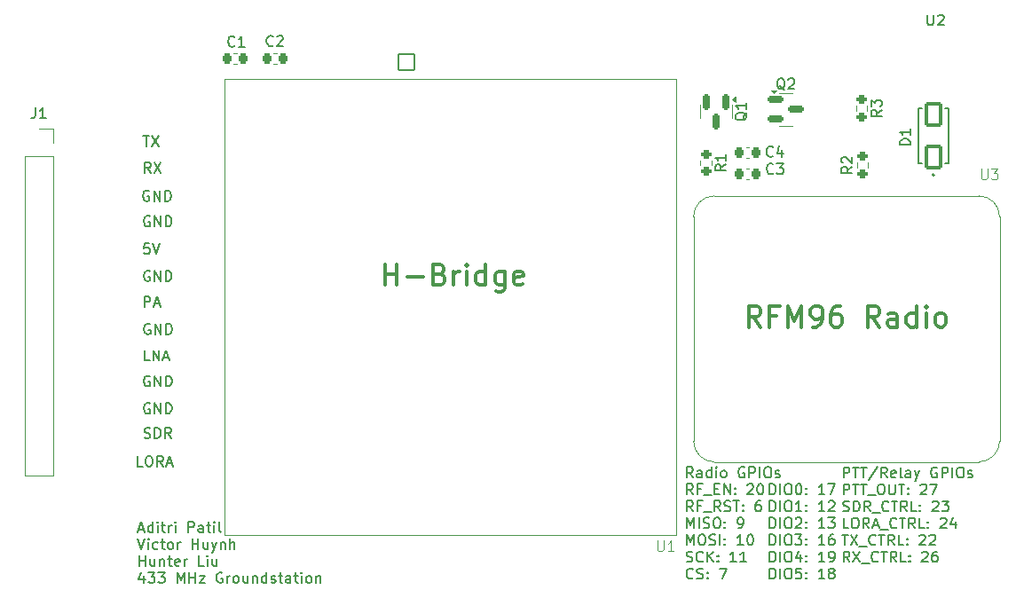
<source format=gto>
%TF.GenerationSoftware,KiCad,Pcbnew,9.0.1*%
%TF.CreationDate,2025-04-07T13:35:56-07:00*%
%TF.ProjectId,Groundstation_433_Hat,47726f75-6e64-4737-9461-74696f6e5f34,1.3*%
%TF.SameCoordinates,Original*%
%TF.FileFunction,Legend,Top*%
%TF.FilePolarity,Positive*%
%FSLAX46Y46*%
G04 Gerber Fmt 4.6, Leading zero omitted, Abs format (unit mm)*
G04 Created by KiCad (PCBNEW 9.0.1) date 2025-04-07 13:35:56*
%MOMM*%
%LPD*%
G01*
G04 APERTURE LIST*
G04 Aperture macros list*
%AMRoundRect*
0 Rectangle with rounded corners*
0 $1 Rounding radius*
0 $2 $3 $4 $5 $6 $7 $8 $9 X,Y pos of 4 corners*
0 Add a 4 corners polygon primitive as box body*
4,1,4,$2,$3,$4,$5,$6,$7,$8,$9,$2,$3,0*
0 Add four circle primitives for the rounded corners*
1,1,$1+$1,$2,$3*
1,1,$1+$1,$4,$5*
1,1,$1+$1,$6,$7*
1,1,$1+$1,$8,$9*
0 Add four rect primitives between the rounded corners*
20,1,$1+$1,$2,$3,$4,$5,0*
20,1,$1+$1,$4,$5,$6,$7,0*
20,1,$1+$1,$6,$7,$8,$9,0*
20,1,$1+$1,$8,$9,$2,$3,0*%
G04 Aperture macros list end*
%ADD10C,0.150000*%
%ADD11C,0.300000*%
%ADD12C,0.100000*%
%ADD13C,0.120000*%
%ADD14C,0.127000*%
%ADD15C,0.200000*%
%ADD16RoundRect,0.225000X-0.225000X-0.250000X0.225000X-0.250000X0.225000X0.250000X-0.225000X0.250000X0*%
%ADD17RoundRect,0.150000X-0.150000X0.587500X-0.150000X-0.587500X0.150000X-0.587500X0.150000X0.587500X0*%
%ADD18RoundRect,0.200000X0.275000X-0.200000X0.275000X0.200000X-0.275000X0.200000X-0.275000X-0.200000X0*%
%ADD19RoundRect,0.102000X-0.762000X-0.762000X0.762000X-0.762000X0.762000X0.762000X-0.762000X0.762000X0*%
%ADD20C,1.728000*%
%ADD21C,4.016400*%
%ADD22RoundRect,0.200000X-0.275000X0.200000X-0.275000X-0.200000X0.275000X-0.200000X0.275000X0.200000X0*%
%ADD23C,6.000000*%
%ADD24RoundRect,0.225000X0.225000X0.250000X-0.225000X0.250000X-0.225000X-0.250000X0.225000X-0.250000X0*%
%ADD25C,1.524000*%
%ADD26RoundRect,0.150000X-0.587500X-0.150000X0.587500X-0.150000X0.587500X0.150000X-0.587500X0.150000X0*%
%ADD27RoundRect,0.190740X0.676260X-1.016260X0.676260X1.016260X-0.676260X1.016260X-0.676260X-1.016260X0*%
%ADD28R,1.700000X1.700000*%
%ADD29C,1.700000*%
G04 APERTURE END LIST*
D10*
X180090716Y-104420099D02*
X180090716Y-103420099D01*
X180090716Y-103420099D02*
X180471668Y-103420099D01*
X180471668Y-103420099D02*
X180566906Y-103467718D01*
X180566906Y-103467718D02*
X180614525Y-103515337D01*
X180614525Y-103515337D02*
X180662144Y-103610575D01*
X180662144Y-103610575D02*
X180662144Y-103753432D01*
X180662144Y-103753432D02*
X180614525Y-103848670D01*
X180614525Y-103848670D02*
X180566906Y-103896289D01*
X180566906Y-103896289D02*
X180471668Y-103943908D01*
X180471668Y-103943908D02*
X180090716Y-103943908D01*
X180947859Y-103420099D02*
X181519287Y-103420099D01*
X181233573Y-104420099D02*
X181233573Y-103420099D01*
X181709764Y-103420099D02*
X182281192Y-103420099D01*
X181995478Y-104420099D02*
X181995478Y-103420099D01*
X183328811Y-103372480D02*
X182471669Y-104658194D01*
X184233573Y-104420099D02*
X183900240Y-103943908D01*
X183662145Y-104420099D02*
X183662145Y-103420099D01*
X183662145Y-103420099D02*
X184043097Y-103420099D01*
X184043097Y-103420099D02*
X184138335Y-103467718D01*
X184138335Y-103467718D02*
X184185954Y-103515337D01*
X184185954Y-103515337D02*
X184233573Y-103610575D01*
X184233573Y-103610575D02*
X184233573Y-103753432D01*
X184233573Y-103753432D02*
X184185954Y-103848670D01*
X184185954Y-103848670D02*
X184138335Y-103896289D01*
X184138335Y-103896289D02*
X184043097Y-103943908D01*
X184043097Y-103943908D02*
X183662145Y-103943908D01*
X185043097Y-104372480D02*
X184947859Y-104420099D01*
X184947859Y-104420099D02*
X184757383Y-104420099D01*
X184757383Y-104420099D02*
X184662145Y-104372480D01*
X184662145Y-104372480D02*
X184614526Y-104277241D01*
X184614526Y-104277241D02*
X184614526Y-103896289D01*
X184614526Y-103896289D02*
X184662145Y-103801051D01*
X184662145Y-103801051D02*
X184757383Y-103753432D01*
X184757383Y-103753432D02*
X184947859Y-103753432D01*
X184947859Y-103753432D02*
X185043097Y-103801051D01*
X185043097Y-103801051D02*
X185090716Y-103896289D01*
X185090716Y-103896289D02*
X185090716Y-103991527D01*
X185090716Y-103991527D02*
X184614526Y-104086765D01*
X185662145Y-104420099D02*
X185566907Y-104372480D01*
X185566907Y-104372480D02*
X185519288Y-104277241D01*
X185519288Y-104277241D02*
X185519288Y-103420099D01*
X186471669Y-104420099D02*
X186471669Y-103896289D01*
X186471669Y-103896289D02*
X186424050Y-103801051D01*
X186424050Y-103801051D02*
X186328812Y-103753432D01*
X186328812Y-103753432D02*
X186138336Y-103753432D01*
X186138336Y-103753432D02*
X186043098Y-103801051D01*
X186471669Y-104372480D02*
X186376431Y-104420099D01*
X186376431Y-104420099D02*
X186138336Y-104420099D01*
X186138336Y-104420099D02*
X186043098Y-104372480D01*
X186043098Y-104372480D02*
X185995479Y-104277241D01*
X185995479Y-104277241D02*
X185995479Y-104182003D01*
X185995479Y-104182003D02*
X186043098Y-104086765D01*
X186043098Y-104086765D02*
X186138336Y-104039146D01*
X186138336Y-104039146D02*
X186376431Y-104039146D01*
X186376431Y-104039146D02*
X186471669Y-103991527D01*
X186852622Y-103753432D02*
X187090717Y-104420099D01*
X187328812Y-103753432D02*
X187090717Y-104420099D01*
X187090717Y-104420099D02*
X186995479Y-104658194D01*
X186995479Y-104658194D02*
X186947860Y-104705813D01*
X186947860Y-104705813D02*
X186852622Y-104753432D01*
X188995479Y-103467718D02*
X188900241Y-103420099D01*
X188900241Y-103420099D02*
X188757384Y-103420099D01*
X188757384Y-103420099D02*
X188614527Y-103467718D01*
X188614527Y-103467718D02*
X188519289Y-103562956D01*
X188519289Y-103562956D02*
X188471670Y-103658194D01*
X188471670Y-103658194D02*
X188424051Y-103848670D01*
X188424051Y-103848670D02*
X188424051Y-103991527D01*
X188424051Y-103991527D02*
X188471670Y-104182003D01*
X188471670Y-104182003D02*
X188519289Y-104277241D01*
X188519289Y-104277241D02*
X188614527Y-104372480D01*
X188614527Y-104372480D02*
X188757384Y-104420099D01*
X188757384Y-104420099D02*
X188852622Y-104420099D01*
X188852622Y-104420099D02*
X188995479Y-104372480D01*
X188995479Y-104372480D02*
X189043098Y-104324860D01*
X189043098Y-104324860D02*
X189043098Y-103991527D01*
X189043098Y-103991527D02*
X188852622Y-103991527D01*
X189471670Y-104420099D02*
X189471670Y-103420099D01*
X189471670Y-103420099D02*
X189852622Y-103420099D01*
X189852622Y-103420099D02*
X189947860Y-103467718D01*
X189947860Y-103467718D02*
X189995479Y-103515337D01*
X189995479Y-103515337D02*
X190043098Y-103610575D01*
X190043098Y-103610575D02*
X190043098Y-103753432D01*
X190043098Y-103753432D02*
X189995479Y-103848670D01*
X189995479Y-103848670D02*
X189947860Y-103896289D01*
X189947860Y-103896289D02*
X189852622Y-103943908D01*
X189852622Y-103943908D02*
X189471670Y-103943908D01*
X190471670Y-104420099D02*
X190471670Y-103420099D01*
X191138336Y-103420099D02*
X191328812Y-103420099D01*
X191328812Y-103420099D02*
X191424050Y-103467718D01*
X191424050Y-103467718D02*
X191519288Y-103562956D01*
X191519288Y-103562956D02*
X191566907Y-103753432D01*
X191566907Y-103753432D02*
X191566907Y-104086765D01*
X191566907Y-104086765D02*
X191519288Y-104277241D01*
X191519288Y-104277241D02*
X191424050Y-104372480D01*
X191424050Y-104372480D02*
X191328812Y-104420099D01*
X191328812Y-104420099D02*
X191138336Y-104420099D01*
X191138336Y-104420099D02*
X191043098Y-104372480D01*
X191043098Y-104372480D02*
X190947860Y-104277241D01*
X190947860Y-104277241D02*
X190900241Y-104086765D01*
X190900241Y-104086765D02*
X190900241Y-103753432D01*
X190900241Y-103753432D02*
X190947860Y-103562956D01*
X190947860Y-103562956D02*
X191043098Y-103467718D01*
X191043098Y-103467718D02*
X191138336Y-103420099D01*
X191947860Y-104372480D02*
X192043098Y-104420099D01*
X192043098Y-104420099D02*
X192233574Y-104420099D01*
X192233574Y-104420099D02*
X192328812Y-104372480D01*
X192328812Y-104372480D02*
X192376431Y-104277241D01*
X192376431Y-104277241D02*
X192376431Y-104229622D01*
X192376431Y-104229622D02*
X192328812Y-104134384D01*
X192328812Y-104134384D02*
X192233574Y-104086765D01*
X192233574Y-104086765D02*
X192090717Y-104086765D01*
X192090717Y-104086765D02*
X191995479Y-104039146D01*
X191995479Y-104039146D02*
X191947860Y-103943908D01*
X191947860Y-103943908D02*
X191947860Y-103896289D01*
X191947860Y-103896289D02*
X191995479Y-103801051D01*
X191995479Y-103801051D02*
X192090717Y-103753432D01*
X192090717Y-103753432D02*
X192233574Y-103753432D01*
X192233574Y-103753432D02*
X192328812Y-103801051D01*
X180090716Y-106030043D02*
X180090716Y-105030043D01*
X180090716Y-105030043D02*
X180471668Y-105030043D01*
X180471668Y-105030043D02*
X180566906Y-105077662D01*
X180566906Y-105077662D02*
X180614525Y-105125281D01*
X180614525Y-105125281D02*
X180662144Y-105220519D01*
X180662144Y-105220519D02*
X180662144Y-105363376D01*
X180662144Y-105363376D02*
X180614525Y-105458614D01*
X180614525Y-105458614D02*
X180566906Y-105506233D01*
X180566906Y-105506233D02*
X180471668Y-105553852D01*
X180471668Y-105553852D02*
X180090716Y-105553852D01*
X180947859Y-105030043D02*
X181519287Y-105030043D01*
X181233573Y-106030043D02*
X181233573Y-105030043D01*
X181709764Y-105030043D02*
X182281192Y-105030043D01*
X181995478Y-106030043D02*
X181995478Y-105030043D01*
X182376431Y-106125281D02*
X183138335Y-106125281D01*
X183566907Y-105030043D02*
X183757383Y-105030043D01*
X183757383Y-105030043D02*
X183852621Y-105077662D01*
X183852621Y-105077662D02*
X183947859Y-105172900D01*
X183947859Y-105172900D02*
X183995478Y-105363376D01*
X183995478Y-105363376D02*
X183995478Y-105696709D01*
X183995478Y-105696709D02*
X183947859Y-105887185D01*
X183947859Y-105887185D02*
X183852621Y-105982424D01*
X183852621Y-105982424D02*
X183757383Y-106030043D01*
X183757383Y-106030043D02*
X183566907Y-106030043D01*
X183566907Y-106030043D02*
X183471669Y-105982424D01*
X183471669Y-105982424D02*
X183376431Y-105887185D01*
X183376431Y-105887185D02*
X183328812Y-105696709D01*
X183328812Y-105696709D02*
X183328812Y-105363376D01*
X183328812Y-105363376D02*
X183376431Y-105172900D01*
X183376431Y-105172900D02*
X183471669Y-105077662D01*
X183471669Y-105077662D02*
X183566907Y-105030043D01*
X184424050Y-105030043D02*
X184424050Y-105839566D01*
X184424050Y-105839566D02*
X184471669Y-105934804D01*
X184471669Y-105934804D02*
X184519288Y-105982424D01*
X184519288Y-105982424D02*
X184614526Y-106030043D01*
X184614526Y-106030043D02*
X184805002Y-106030043D01*
X184805002Y-106030043D02*
X184900240Y-105982424D01*
X184900240Y-105982424D02*
X184947859Y-105934804D01*
X184947859Y-105934804D02*
X184995478Y-105839566D01*
X184995478Y-105839566D02*
X184995478Y-105030043D01*
X185328812Y-105030043D02*
X185900240Y-105030043D01*
X185614526Y-106030043D02*
X185614526Y-105030043D01*
X186233574Y-105934804D02*
X186281193Y-105982424D01*
X186281193Y-105982424D02*
X186233574Y-106030043D01*
X186233574Y-106030043D02*
X186185955Y-105982424D01*
X186185955Y-105982424D02*
X186233574Y-105934804D01*
X186233574Y-105934804D02*
X186233574Y-106030043D01*
X186233574Y-105410995D02*
X186281193Y-105458614D01*
X186281193Y-105458614D02*
X186233574Y-105506233D01*
X186233574Y-105506233D02*
X186185955Y-105458614D01*
X186185955Y-105458614D02*
X186233574Y-105410995D01*
X186233574Y-105410995D02*
X186233574Y-105506233D01*
X187424050Y-105125281D02*
X187471669Y-105077662D01*
X187471669Y-105077662D02*
X187566907Y-105030043D01*
X187566907Y-105030043D02*
X187805002Y-105030043D01*
X187805002Y-105030043D02*
X187900240Y-105077662D01*
X187900240Y-105077662D02*
X187947859Y-105125281D01*
X187947859Y-105125281D02*
X187995478Y-105220519D01*
X187995478Y-105220519D02*
X187995478Y-105315757D01*
X187995478Y-105315757D02*
X187947859Y-105458614D01*
X187947859Y-105458614D02*
X187376431Y-106030043D01*
X187376431Y-106030043D02*
X187995478Y-106030043D01*
X188328812Y-105030043D02*
X188995478Y-105030043D01*
X188995478Y-105030043D02*
X188566907Y-106030043D01*
X180043097Y-107592368D02*
X180185954Y-107639987D01*
X180185954Y-107639987D02*
X180424049Y-107639987D01*
X180424049Y-107639987D02*
X180519287Y-107592368D01*
X180519287Y-107592368D02*
X180566906Y-107544748D01*
X180566906Y-107544748D02*
X180614525Y-107449510D01*
X180614525Y-107449510D02*
X180614525Y-107354272D01*
X180614525Y-107354272D02*
X180566906Y-107259034D01*
X180566906Y-107259034D02*
X180519287Y-107211415D01*
X180519287Y-107211415D02*
X180424049Y-107163796D01*
X180424049Y-107163796D02*
X180233573Y-107116177D01*
X180233573Y-107116177D02*
X180138335Y-107068558D01*
X180138335Y-107068558D02*
X180090716Y-107020939D01*
X180090716Y-107020939D02*
X180043097Y-106925701D01*
X180043097Y-106925701D02*
X180043097Y-106830463D01*
X180043097Y-106830463D02*
X180090716Y-106735225D01*
X180090716Y-106735225D02*
X180138335Y-106687606D01*
X180138335Y-106687606D02*
X180233573Y-106639987D01*
X180233573Y-106639987D02*
X180471668Y-106639987D01*
X180471668Y-106639987D02*
X180614525Y-106687606D01*
X181043097Y-107639987D02*
X181043097Y-106639987D01*
X181043097Y-106639987D02*
X181281192Y-106639987D01*
X181281192Y-106639987D02*
X181424049Y-106687606D01*
X181424049Y-106687606D02*
X181519287Y-106782844D01*
X181519287Y-106782844D02*
X181566906Y-106878082D01*
X181566906Y-106878082D02*
X181614525Y-107068558D01*
X181614525Y-107068558D02*
X181614525Y-107211415D01*
X181614525Y-107211415D02*
X181566906Y-107401891D01*
X181566906Y-107401891D02*
X181519287Y-107497129D01*
X181519287Y-107497129D02*
X181424049Y-107592368D01*
X181424049Y-107592368D02*
X181281192Y-107639987D01*
X181281192Y-107639987D02*
X181043097Y-107639987D01*
X182614525Y-107639987D02*
X182281192Y-107163796D01*
X182043097Y-107639987D02*
X182043097Y-106639987D01*
X182043097Y-106639987D02*
X182424049Y-106639987D01*
X182424049Y-106639987D02*
X182519287Y-106687606D01*
X182519287Y-106687606D02*
X182566906Y-106735225D01*
X182566906Y-106735225D02*
X182614525Y-106830463D01*
X182614525Y-106830463D02*
X182614525Y-106973320D01*
X182614525Y-106973320D02*
X182566906Y-107068558D01*
X182566906Y-107068558D02*
X182519287Y-107116177D01*
X182519287Y-107116177D02*
X182424049Y-107163796D01*
X182424049Y-107163796D02*
X182043097Y-107163796D01*
X182805002Y-107735225D02*
X183566906Y-107735225D01*
X184376430Y-107544748D02*
X184328811Y-107592368D01*
X184328811Y-107592368D02*
X184185954Y-107639987D01*
X184185954Y-107639987D02*
X184090716Y-107639987D01*
X184090716Y-107639987D02*
X183947859Y-107592368D01*
X183947859Y-107592368D02*
X183852621Y-107497129D01*
X183852621Y-107497129D02*
X183805002Y-107401891D01*
X183805002Y-107401891D02*
X183757383Y-107211415D01*
X183757383Y-107211415D02*
X183757383Y-107068558D01*
X183757383Y-107068558D02*
X183805002Y-106878082D01*
X183805002Y-106878082D02*
X183852621Y-106782844D01*
X183852621Y-106782844D02*
X183947859Y-106687606D01*
X183947859Y-106687606D02*
X184090716Y-106639987D01*
X184090716Y-106639987D02*
X184185954Y-106639987D01*
X184185954Y-106639987D02*
X184328811Y-106687606D01*
X184328811Y-106687606D02*
X184376430Y-106735225D01*
X184662145Y-106639987D02*
X185233573Y-106639987D01*
X184947859Y-107639987D02*
X184947859Y-106639987D01*
X186138335Y-107639987D02*
X185805002Y-107163796D01*
X185566907Y-107639987D02*
X185566907Y-106639987D01*
X185566907Y-106639987D02*
X185947859Y-106639987D01*
X185947859Y-106639987D02*
X186043097Y-106687606D01*
X186043097Y-106687606D02*
X186090716Y-106735225D01*
X186090716Y-106735225D02*
X186138335Y-106830463D01*
X186138335Y-106830463D02*
X186138335Y-106973320D01*
X186138335Y-106973320D02*
X186090716Y-107068558D01*
X186090716Y-107068558D02*
X186043097Y-107116177D01*
X186043097Y-107116177D02*
X185947859Y-107163796D01*
X185947859Y-107163796D02*
X185566907Y-107163796D01*
X187043097Y-107639987D02*
X186566907Y-107639987D01*
X186566907Y-107639987D02*
X186566907Y-106639987D01*
X187376431Y-107544748D02*
X187424050Y-107592368D01*
X187424050Y-107592368D02*
X187376431Y-107639987D01*
X187376431Y-107639987D02*
X187328812Y-107592368D01*
X187328812Y-107592368D02*
X187376431Y-107544748D01*
X187376431Y-107544748D02*
X187376431Y-107639987D01*
X187376431Y-107020939D02*
X187424050Y-107068558D01*
X187424050Y-107068558D02*
X187376431Y-107116177D01*
X187376431Y-107116177D02*
X187328812Y-107068558D01*
X187328812Y-107068558D02*
X187376431Y-107020939D01*
X187376431Y-107020939D02*
X187376431Y-107116177D01*
X188566907Y-106735225D02*
X188614526Y-106687606D01*
X188614526Y-106687606D02*
X188709764Y-106639987D01*
X188709764Y-106639987D02*
X188947859Y-106639987D01*
X188947859Y-106639987D02*
X189043097Y-106687606D01*
X189043097Y-106687606D02*
X189090716Y-106735225D01*
X189090716Y-106735225D02*
X189138335Y-106830463D01*
X189138335Y-106830463D02*
X189138335Y-106925701D01*
X189138335Y-106925701D02*
X189090716Y-107068558D01*
X189090716Y-107068558D02*
X188519288Y-107639987D01*
X188519288Y-107639987D02*
X189138335Y-107639987D01*
X189471669Y-106639987D02*
X190090716Y-106639987D01*
X190090716Y-106639987D02*
X189757383Y-107020939D01*
X189757383Y-107020939D02*
X189900240Y-107020939D01*
X189900240Y-107020939D02*
X189995478Y-107068558D01*
X189995478Y-107068558D02*
X190043097Y-107116177D01*
X190043097Y-107116177D02*
X190090716Y-107211415D01*
X190090716Y-107211415D02*
X190090716Y-107449510D01*
X190090716Y-107449510D02*
X190043097Y-107544748D01*
X190043097Y-107544748D02*
X189995478Y-107592368D01*
X189995478Y-107592368D02*
X189900240Y-107639987D01*
X189900240Y-107639987D02*
X189614526Y-107639987D01*
X189614526Y-107639987D02*
X189519288Y-107592368D01*
X189519288Y-107592368D02*
X189471669Y-107544748D01*
X180566906Y-109249931D02*
X180090716Y-109249931D01*
X180090716Y-109249931D02*
X180090716Y-108249931D01*
X181090716Y-108249931D02*
X181281192Y-108249931D01*
X181281192Y-108249931D02*
X181376430Y-108297550D01*
X181376430Y-108297550D02*
X181471668Y-108392788D01*
X181471668Y-108392788D02*
X181519287Y-108583264D01*
X181519287Y-108583264D02*
X181519287Y-108916597D01*
X181519287Y-108916597D02*
X181471668Y-109107073D01*
X181471668Y-109107073D02*
X181376430Y-109202312D01*
X181376430Y-109202312D02*
X181281192Y-109249931D01*
X181281192Y-109249931D02*
X181090716Y-109249931D01*
X181090716Y-109249931D02*
X180995478Y-109202312D01*
X180995478Y-109202312D02*
X180900240Y-109107073D01*
X180900240Y-109107073D02*
X180852621Y-108916597D01*
X180852621Y-108916597D02*
X180852621Y-108583264D01*
X180852621Y-108583264D02*
X180900240Y-108392788D01*
X180900240Y-108392788D02*
X180995478Y-108297550D01*
X180995478Y-108297550D02*
X181090716Y-108249931D01*
X182519287Y-109249931D02*
X182185954Y-108773740D01*
X181947859Y-109249931D02*
X181947859Y-108249931D01*
X181947859Y-108249931D02*
X182328811Y-108249931D01*
X182328811Y-108249931D02*
X182424049Y-108297550D01*
X182424049Y-108297550D02*
X182471668Y-108345169D01*
X182471668Y-108345169D02*
X182519287Y-108440407D01*
X182519287Y-108440407D02*
X182519287Y-108583264D01*
X182519287Y-108583264D02*
X182471668Y-108678502D01*
X182471668Y-108678502D02*
X182424049Y-108726121D01*
X182424049Y-108726121D02*
X182328811Y-108773740D01*
X182328811Y-108773740D02*
X181947859Y-108773740D01*
X182900240Y-108964216D02*
X183376430Y-108964216D01*
X182805002Y-109249931D02*
X183138335Y-108249931D01*
X183138335Y-108249931D02*
X183471668Y-109249931D01*
X183566907Y-109345169D02*
X184328811Y-109345169D01*
X185138335Y-109154692D02*
X185090716Y-109202312D01*
X185090716Y-109202312D02*
X184947859Y-109249931D01*
X184947859Y-109249931D02*
X184852621Y-109249931D01*
X184852621Y-109249931D02*
X184709764Y-109202312D01*
X184709764Y-109202312D02*
X184614526Y-109107073D01*
X184614526Y-109107073D02*
X184566907Y-109011835D01*
X184566907Y-109011835D02*
X184519288Y-108821359D01*
X184519288Y-108821359D02*
X184519288Y-108678502D01*
X184519288Y-108678502D02*
X184566907Y-108488026D01*
X184566907Y-108488026D02*
X184614526Y-108392788D01*
X184614526Y-108392788D02*
X184709764Y-108297550D01*
X184709764Y-108297550D02*
X184852621Y-108249931D01*
X184852621Y-108249931D02*
X184947859Y-108249931D01*
X184947859Y-108249931D02*
X185090716Y-108297550D01*
X185090716Y-108297550D02*
X185138335Y-108345169D01*
X185424050Y-108249931D02*
X185995478Y-108249931D01*
X185709764Y-109249931D02*
X185709764Y-108249931D01*
X186900240Y-109249931D02*
X186566907Y-108773740D01*
X186328812Y-109249931D02*
X186328812Y-108249931D01*
X186328812Y-108249931D02*
X186709764Y-108249931D01*
X186709764Y-108249931D02*
X186805002Y-108297550D01*
X186805002Y-108297550D02*
X186852621Y-108345169D01*
X186852621Y-108345169D02*
X186900240Y-108440407D01*
X186900240Y-108440407D02*
X186900240Y-108583264D01*
X186900240Y-108583264D02*
X186852621Y-108678502D01*
X186852621Y-108678502D02*
X186805002Y-108726121D01*
X186805002Y-108726121D02*
X186709764Y-108773740D01*
X186709764Y-108773740D02*
X186328812Y-108773740D01*
X187805002Y-109249931D02*
X187328812Y-109249931D01*
X187328812Y-109249931D02*
X187328812Y-108249931D01*
X188138336Y-109154692D02*
X188185955Y-109202312D01*
X188185955Y-109202312D02*
X188138336Y-109249931D01*
X188138336Y-109249931D02*
X188090717Y-109202312D01*
X188090717Y-109202312D02*
X188138336Y-109154692D01*
X188138336Y-109154692D02*
X188138336Y-109249931D01*
X188138336Y-108630883D02*
X188185955Y-108678502D01*
X188185955Y-108678502D02*
X188138336Y-108726121D01*
X188138336Y-108726121D02*
X188090717Y-108678502D01*
X188090717Y-108678502D02*
X188138336Y-108630883D01*
X188138336Y-108630883D02*
X188138336Y-108726121D01*
X189328812Y-108345169D02*
X189376431Y-108297550D01*
X189376431Y-108297550D02*
X189471669Y-108249931D01*
X189471669Y-108249931D02*
X189709764Y-108249931D01*
X189709764Y-108249931D02*
X189805002Y-108297550D01*
X189805002Y-108297550D02*
X189852621Y-108345169D01*
X189852621Y-108345169D02*
X189900240Y-108440407D01*
X189900240Y-108440407D02*
X189900240Y-108535645D01*
X189900240Y-108535645D02*
X189852621Y-108678502D01*
X189852621Y-108678502D02*
X189281193Y-109249931D01*
X189281193Y-109249931D02*
X189900240Y-109249931D01*
X190757383Y-108583264D02*
X190757383Y-109249931D01*
X190519288Y-108202312D02*
X190281193Y-108916597D01*
X190281193Y-108916597D02*
X190900240Y-108916597D01*
X179947859Y-109859875D02*
X180519287Y-109859875D01*
X180233573Y-110859875D02*
X180233573Y-109859875D01*
X180757383Y-109859875D02*
X181424049Y-110859875D01*
X181424049Y-109859875D02*
X180757383Y-110859875D01*
X181566907Y-110955113D02*
X182328811Y-110955113D01*
X183138335Y-110764636D02*
X183090716Y-110812256D01*
X183090716Y-110812256D02*
X182947859Y-110859875D01*
X182947859Y-110859875D02*
X182852621Y-110859875D01*
X182852621Y-110859875D02*
X182709764Y-110812256D01*
X182709764Y-110812256D02*
X182614526Y-110717017D01*
X182614526Y-110717017D02*
X182566907Y-110621779D01*
X182566907Y-110621779D02*
X182519288Y-110431303D01*
X182519288Y-110431303D02*
X182519288Y-110288446D01*
X182519288Y-110288446D02*
X182566907Y-110097970D01*
X182566907Y-110097970D02*
X182614526Y-110002732D01*
X182614526Y-110002732D02*
X182709764Y-109907494D01*
X182709764Y-109907494D02*
X182852621Y-109859875D01*
X182852621Y-109859875D02*
X182947859Y-109859875D01*
X182947859Y-109859875D02*
X183090716Y-109907494D01*
X183090716Y-109907494D02*
X183138335Y-109955113D01*
X183424050Y-109859875D02*
X183995478Y-109859875D01*
X183709764Y-110859875D02*
X183709764Y-109859875D01*
X184900240Y-110859875D02*
X184566907Y-110383684D01*
X184328812Y-110859875D02*
X184328812Y-109859875D01*
X184328812Y-109859875D02*
X184709764Y-109859875D01*
X184709764Y-109859875D02*
X184805002Y-109907494D01*
X184805002Y-109907494D02*
X184852621Y-109955113D01*
X184852621Y-109955113D02*
X184900240Y-110050351D01*
X184900240Y-110050351D02*
X184900240Y-110193208D01*
X184900240Y-110193208D02*
X184852621Y-110288446D01*
X184852621Y-110288446D02*
X184805002Y-110336065D01*
X184805002Y-110336065D02*
X184709764Y-110383684D01*
X184709764Y-110383684D02*
X184328812Y-110383684D01*
X185805002Y-110859875D02*
X185328812Y-110859875D01*
X185328812Y-110859875D02*
X185328812Y-109859875D01*
X186138336Y-110764636D02*
X186185955Y-110812256D01*
X186185955Y-110812256D02*
X186138336Y-110859875D01*
X186138336Y-110859875D02*
X186090717Y-110812256D01*
X186090717Y-110812256D02*
X186138336Y-110764636D01*
X186138336Y-110764636D02*
X186138336Y-110859875D01*
X186138336Y-110240827D02*
X186185955Y-110288446D01*
X186185955Y-110288446D02*
X186138336Y-110336065D01*
X186138336Y-110336065D02*
X186090717Y-110288446D01*
X186090717Y-110288446D02*
X186138336Y-110240827D01*
X186138336Y-110240827D02*
X186138336Y-110336065D01*
X187328812Y-109955113D02*
X187376431Y-109907494D01*
X187376431Y-109907494D02*
X187471669Y-109859875D01*
X187471669Y-109859875D02*
X187709764Y-109859875D01*
X187709764Y-109859875D02*
X187805002Y-109907494D01*
X187805002Y-109907494D02*
X187852621Y-109955113D01*
X187852621Y-109955113D02*
X187900240Y-110050351D01*
X187900240Y-110050351D02*
X187900240Y-110145589D01*
X187900240Y-110145589D02*
X187852621Y-110288446D01*
X187852621Y-110288446D02*
X187281193Y-110859875D01*
X187281193Y-110859875D02*
X187900240Y-110859875D01*
X188281193Y-109955113D02*
X188328812Y-109907494D01*
X188328812Y-109907494D02*
X188424050Y-109859875D01*
X188424050Y-109859875D02*
X188662145Y-109859875D01*
X188662145Y-109859875D02*
X188757383Y-109907494D01*
X188757383Y-109907494D02*
X188805002Y-109955113D01*
X188805002Y-109955113D02*
X188852621Y-110050351D01*
X188852621Y-110050351D02*
X188852621Y-110145589D01*
X188852621Y-110145589D02*
X188805002Y-110288446D01*
X188805002Y-110288446D02*
X188233574Y-110859875D01*
X188233574Y-110859875D02*
X188852621Y-110859875D01*
X180662144Y-112469819D02*
X180328811Y-111993628D01*
X180090716Y-112469819D02*
X180090716Y-111469819D01*
X180090716Y-111469819D02*
X180471668Y-111469819D01*
X180471668Y-111469819D02*
X180566906Y-111517438D01*
X180566906Y-111517438D02*
X180614525Y-111565057D01*
X180614525Y-111565057D02*
X180662144Y-111660295D01*
X180662144Y-111660295D02*
X180662144Y-111803152D01*
X180662144Y-111803152D02*
X180614525Y-111898390D01*
X180614525Y-111898390D02*
X180566906Y-111946009D01*
X180566906Y-111946009D02*
X180471668Y-111993628D01*
X180471668Y-111993628D02*
X180090716Y-111993628D01*
X180995478Y-111469819D02*
X181662144Y-112469819D01*
X181662144Y-111469819D02*
X180995478Y-112469819D01*
X181805002Y-112565057D02*
X182566906Y-112565057D01*
X183376430Y-112374580D02*
X183328811Y-112422200D01*
X183328811Y-112422200D02*
X183185954Y-112469819D01*
X183185954Y-112469819D02*
X183090716Y-112469819D01*
X183090716Y-112469819D02*
X182947859Y-112422200D01*
X182947859Y-112422200D02*
X182852621Y-112326961D01*
X182852621Y-112326961D02*
X182805002Y-112231723D01*
X182805002Y-112231723D02*
X182757383Y-112041247D01*
X182757383Y-112041247D02*
X182757383Y-111898390D01*
X182757383Y-111898390D02*
X182805002Y-111707914D01*
X182805002Y-111707914D02*
X182852621Y-111612676D01*
X182852621Y-111612676D02*
X182947859Y-111517438D01*
X182947859Y-111517438D02*
X183090716Y-111469819D01*
X183090716Y-111469819D02*
X183185954Y-111469819D01*
X183185954Y-111469819D02*
X183328811Y-111517438D01*
X183328811Y-111517438D02*
X183376430Y-111565057D01*
X183662145Y-111469819D02*
X184233573Y-111469819D01*
X183947859Y-112469819D02*
X183947859Y-111469819D01*
X185138335Y-112469819D02*
X184805002Y-111993628D01*
X184566907Y-112469819D02*
X184566907Y-111469819D01*
X184566907Y-111469819D02*
X184947859Y-111469819D01*
X184947859Y-111469819D02*
X185043097Y-111517438D01*
X185043097Y-111517438D02*
X185090716Y-111565057D01*
X185090716Y-111565057D02*
X185138335Y-111660295D01*
X185138335Y-111660295D02*
X185138335Y-111803152D01*
X185138335Y-111803152D02*
X185090716Y-111898390D01*
X185090716Y-111898390D02*
X185043097Y-111946009D01*
X185043097Y-111946009D02*
X184947859Y-111993628D01*
X184947859Y-111993628D02*
X184566907Y-111993628D01*
X186043097Y-112469819D02*
X185566907Y-112469819D01*
X185566907Y-112469819D02*
X185566907Y-111469819D01*
X186376431Y-112374580D02*
X186424050Y-112422200D01*
X186424050Y-112422200D02*
X186376431Y-112469819D01*
X186376431Y-112469819D02*
X186328812Y-112422200D01*
X186328812Y-112422200D02*
X186376431Y-112374580D01*
X186376431Y-112374580D02*
X186376431Y-112469819D01*
X186376431Y-111850771D02*
X186424050Y-111898390D01*
X186424050Y-111898390D02*
X186376431Y-111946009D01*
X186376431Y-111946009D02*
X186328812Y-111898390D01*
X186328812Y-111898390D02*
X186376431Y-111850771D01*
X186376431Y-111850771D02*
X186376431Y-111946009D01*
X187566907Y-111565057D02*
X187614526Y-111517438D01*
X187614526Y-111517438D02*
X187709764Y-111469819D01*
X187709764Y-111469819D02*
X187947859Y-111469819D01*
X187947859Y-111469819D02*
X188043097Y-111517438D01*
X188043097Y-111517438D02*
X188090716Y-111565057D01*
X188090716Y-111565057D02*
X188138335Y-111660295D01*
X188138335Y-111660295D02*
X188138335Y-111755533D01*
X188138335Y-111755533D02*
X188090716Y-111898390D01*
X188090716Y-111898390D02*
X187519288Y-112469819D01*
X187519288Y-112469819D02*
X188138335Y-112469819D01*
X188995478Y-111469819D02*
X188805002Y-111469819D01*
X188805002Y-111469819D02*
X188709764Y-111517438D01*
X188709764Y-111517438D02*
X188662145Y-111565057D01*
X188662145Y-111565057D02*
X188566907Y-111707914D01*
X188566907Y-111707914D02*
X188519288Y-111898390D01*
X188519288Y-111898390D02*
X188519288Y-112279342D01*
X188519288Y-112279342D02*
X188566907Y-112374580D01*
X188566907Y-112374580D02*
X188614526Y-112422200D01*
X188614526Y-112422200D02*
X188709764Y-112469819D01*
X188709764Y-112469819D02*
X188900240Y-112469819D01*
X188900240Y-112469819D02*
X188995478Y-112422200D01*
X188995478Y-112422200D02*
X189043097Y-112374580D01*
X189043097Y-112374580D02*
X189090716Y-112279342D01*
X189090716Y-112279342D02*
X189090716Y-112041247D01*
X189090716Y-112041247D02*
X189043097Y-111946009D01*
X189043097Y-111946009D02*
X188995478Y-111898390D01*
X188995478Y-111898390D02*
X188900240Y-111850771D01*
X188900240Y-111850771D02*
X188709764Y-111850771D01*
X188709764Y-111850771D02*
X188614526Y-111898390D01*
X188614526Y-111898390D02*
X188566907Y-111946009D01*
X188566907Y-111946009D02*
X188519288Y-112041247D01*
X113879047Y-84722289D02*
X113783809Y-84674670D01*
X113783809Y-84674670D02*
X113640952Y-84674670D01*
X113640952Y-84674670D02*
X113498095Y-84722289D01*
X113498095Y-84722289D02*
X113402857Y-84817527D01*
X113402857Y-84817527D02*
X113355238Y-84912765D01*
X113355238Y-84912765D02*
X113307619Y-85103241D01*
X113307619Y-85103241D02*
X113307619Y-85246098D01*
X113307619Y-85246098D02*
X113355238Y-85436574D01*
X113355238Y-85436574D02*
X113402857Y-85531812D01*
X113402857Y-85531812D02*
X113498095Y-85627051D01*
X113498095Y-85627051D02*
X113640952Y-85674670D01*
X113640952Y-85674670D02*
X113736190Y-85674670D01*
X113736190Y-85674670D02*
X113879047Y-85627051D01*
X113879047Y-85627051D02*
X113926666Y-85579431D01*
X113926666Y-85579431D02*
X113926666Y-85246098D01*
X113926666Y-85246098D02*
X113736190Y-85246098D01*
X114355238Y-85674670D02*
X114355238Y-84674670D01*
X114355238Y-84674670D02*
X114926666Y-85674670D01*
X114926666Y-85674670D02*
X114926666Y-84674670D01*
X115402857Y-85674670D02*
X115402857Y-84674670D01*
X115402857Y-84674670D02*
X115640952Y-84674670D01*
X115640952Y-84674670D02*
X115783809Y-84722289D01*
X115783809Y-84722289D02*
X115879047Y-84817527D01*
X115879047Y-84817527D02*
X115926666Y-84912765D01*
X115926666Y-84912765D02*
X115974285Y-85103241D01*
X115974285Y-85103241D02*
X115974285Y-85246098D01*
X115974285Y-85246098D02*
X115926666Y-85436574D01*
X115926666Y-85436574D02*
X115879047Y-85531812D01*
X115879047Y-85531812D02*
X115783809Y-85627051D01*
X115783809Y-85627051D02*
X115640952Y-85674670D01*
X115640952Y-85674670D02*
X115402857Y-85674670D01*
X113196177Y-103350237D02*
X112719987Y-103350237D01*
X112719987Y-103350237D02*
X112719987Y-102350237D01*
X113719987Y-102350237D02*
X113910463Y-102350237D01*
X113910463Y-102350237D02*
X114005701Y-102397856D01*
X114005701Y-102397856D02*
X114100939Y-102493094D01*
X114100939Y-102493094D02*
X114148558Y-102683570D01*
X114148558Y-102683570D02*
X114148558Y-103016903D01*
X114148558Y-103016903D02*
X114100939Y-103207379D01*
X114100939Y-103207379D02*
X114005701Y-103302618D01*
X114005701Y-103302618D02*
X113910463Y-103350237D01*
X113910463Y-103350237D02*
X113719987Y-103350237D01*
X113719987Y-103350237D02*
X113624749Y-103302618D01*
X113624749Y-103302618D02*
X113529511Y-103207379D01*
X113529511Y-103207379D02*
X113481892Y-103016903D01*
X113481892Y-103016903D02*
X113481892Y-102683570D01*
X113481892Y-102683570D02*
X113529511Y-102493094D01*
X113529511Y-102493094D02*
X113624749Y-102397856D01*
X113624749Y-102397856D02*
X113719987Y-102350237D01*
X115148558Y-103350237D02*
X114815225Y-102874046D01*
X114577130Y-103350237D02*
X114577130Y-102350237D01*
X114577130Y-102350237D02*
X114958082Y-102350237D01*
X114958082Y-102350237D02*
X115053320Y-102397856D01*
X115053320Y-102397856D02*
X115100939Y-102445475D01*
X115100939Y-102445475D02*
X115148558Y-102540713D01*
X115148558Y-102540713D02*
X115148558Y-102683570D01*
X115148558Y-102683570D02*
X115100939Y-102778808D01*
X115100939Y-102778808D02*
X115053320Y-102826427D01*
X115053320Y-102826427D02*
X114958082Y-102874046D01*
X114958082Y-102874046D02*
X114577130Y-102874046D01*
X115529511Y-103064522D02*
X116005701Y-103064522D01*
X115434273Y-103350237D02*
X115767606Y-102350237D01*
X115767606Y-102350237D02*
X116100939Y-103350237D01*
X113888033Y-97348406D02*
X113792795Y-97300787D01*
X113792795Y-97300787D02*
X113649938Y-97300787D01*
X113649938Y-97300787D02*
X113507081Y-97348406D01*
X113507081Y-97348406D02*
X113411843Y-97443644D01*
X113411843Y-97443644D02*
X113364224Y-97538882D01*
X113364224Y-97538882D02*
X113316605Y-97729358D01*
X113316605Y-97729358D02*
X113316605Y-97872215D01*
X113316605Y-97872215D02*
X113364224Y-98062691D01*
X113364224Y-98062691D02*
X113411843Y-98157929D01*
X113411843Y-98157929D02*
X113507081Y-98253168D01*
X113507081Y-98253168D02*
X113649938Y-98300787D01*
X113649938Y-98300787D02*
X113745176Y-98300787D01*
X113745176Y-98300787D02*
X113888033Y-98253168D01*
X113888033Y-98253168D02*
X113935652Y-98205548D01*
X113935652Y-98205548D02*
X113935652Y-97872215D01*
X113935652Y-97872215D02*
X113745176Y-97872215D01*
X114364224Y-98300787D02*
X114364224Y-97300787D01*
X114364224Y-97300787D02*
X114935652Y-98300787D01*
X114935652Y-98300787D02*
X114935652Y-97300787D01*
X115411843Y-98300787D02*
X115411843Y-97300787D01*
X115411843Y-97300787D02*
X115649938Y-97300787D01*
X115649938Y-97300787D02*
X115792795Y-97348406D01*
X115792795Y-97348406D02*
X115888033Y-97443644D01*
X115888033Y-97443644D02*
X115935652Y-97538882D01*
X115935652Y-97538882D02*
X115983271Y-97729358D01*
X115983271Y-97729358D02*
X115983271Y-97872215D01*
X115983271Y-97872215D02*
X115935652Y-98062691D01*
X115935652Y-98062691D02*
X115888033Y-98157929D01*
X115888033Y-98157929D02*
X115792795Y-98253168D01*
X115792795Y-98253168D02*
X115649938Y-98300787D01*
X115649938Y-98300787D02*
X115411843Y-98300787D01*
X113959115Y-75323471D02*
X113625782Y-74847280D01*
X113387687Y-75323471D02*
X113387687Y-74323471D01*
X113387687Y-74323471D02*
X113768639Y-74323471D01*
X113768639Y-74323471D02*
X113863877Y-74371090D01*
X113863877Y-74371090D02*
X113911496Y-74418709D01*
X113911496Y-74418709D02*
X113959115Y-74513947D01*
X113959115Y-74513947D02*
X113959115Y-74656804D01*
X113959115Y-74656804D02*
X113911496Y-74752042D01*
X113911496Y-74752042D02*
X113863877Y-74799661D01*
X113863877Y-74799661D02*
X113768639Y-74847280D01*
X113768639Y-74847280D02*
X113387687Y-74847280D01*
X114292449Y-74323471D02*
X114959115Y-75323471D01*
X114959115Y-74323471D02*
X114292449Y-75323471D01*
X113840414Y-82069773D02*
X113364224Y-82069773D01*
X113364224Y-82069773D02*
X113316605Y-82545963D01*
X113316605Y-82545963D02*
X113364224Y-82498344D01*
X113364224Y-82498344D02*
X113459462Y-82450725D01*
X113459462Y-82450725D02*
X113697557Y-82450725D01*
X113697557Y-82450725D02*
X113792795Y-82498344D01*
X113792795Y-82498344D02*
X113840414Y-82545963D01*
X113840414Y-82545963D02*
X113888033Y-82641201D01*
X113888033Y-82641201D02*
X113888033Y-82879296D01*
X113888033Y-82879296D02*
X113840414Y-82974534D01*
X113840414Y-82974534D02*
X113792795Y-83022154D01*
X113792795Y-83022154D02*
X113697557Y-83069773D01*
X113697557Y-83069773D02*
X113459462Y-83069773D01*
X113459462Y-83069773D02*
X113364224Y-83022154D01*
X113364224Y-83022154D02*
X113316605Y-82974534D01*
X114173748Y-82069773D02*
X114507081Y-83069773D01*
X114507081Y-83069773D02*
X114840414Y-82069773D01*
X113244830Y-71792457D02*
X113816258Y-71792457D01*
X113530544Y-72792457D02*
X113530544Y-71792457D01*
X114054354Y-71792457D02*
X114721020Y-72792457D01*
X114721020Y-71792457D02*
X114054354Y-72792457D01*
D11*
X172170352Y-90039638D02*
X171503685Y-89087257D01*
X171027495Y-90039638D02*
X171027495Y-88039638D01*
X171027495Y-88039638D02*
X171789400Y-88039638D01*
X171789400Y-88039638D02*
X171979876Y-88134876D01*
X171979876Y-88134876D02*
X172075114Y-88230114D01*
X172075114Y-88230114D02*
X172170352Y-88420590D01*
X172170352Y-88420590D02*
X172170352Y-88706304D01*
X172170352Y-88706304D02*
X172075114Y-88896780D01*
X172075114Y-88896780D02*
X171979876Y-88992019D01*
X171979876Y-88992019D02*
X171789400Y-89087257D01*
X171789400Y-89087257D02*
X171027495Y-89087257D01*
X173694162Y-88992019D02*
X173027495Y-88992019D01*
X173027495Y-90039638D02*
X173027495Y-88039638D01*
X173027495Y-88039638D02*
X173979876Y-88039638D01*
X174741781Y-90039638D02*
X174741781Y-88039638D01*
X174741781Y-88039638D02*
X175408448Y-89468209D01*
X175408448Y-89468209D02*
X176075114Y-88039638D01*
X176075114Y-88039638D02*
X176075114Y-90039638D01*
X177122733Y-90039638D02*
X177503685Y-90039638D01*
X177503685Y-90039638D02*
X177694162Y-89944400D01*
X177694162Y-89944400D02*
X177789400Y-89849161D01*
X177789400Y-89849161D02*
X177979876Y-89563447D01*
X177979876Y-89563447D02*
X178075114Y-89182495D01*
X178075114Y-89182495D02*
X178075114Y-88420590D01*
X178075114Y-88420590D02*
X177979876Y-88230114D01*
X177979876Y-88230114D02*
X177884638Y-88134876D01*
X177884638Y-88134876D02*
X177694162Y-88039638D01*
X177694162Y-88039638D02*
X177313209Y-88039638D01*
X177313209Y-88039638D02*
X177122733Y-88134876D01*
X177122733Y-88134876D02*
X177027495Y-88230114D01*
X177027495Y-88230114D02*
X176932257Y-88420590D01*
X176932257Y-88420590D02*
X176932257Y-88896780D01*
X176932257Y-88896780D02*
X177027495Y-89087257D01*
X177027495Y-89087257D02*
X177122733Y-89182495D01*
X177122733Y-89182495D02*
X177313209Y-89277733D01*
X177313209Y-89277733D02*
X177694162Y-89277733D01*
X177694162Y-89277733D02*
X177884638Y-89182495D01*
X177884638Y-89182495D02*
X177979876Y-89087257D01*
X177979876Y-89087257D02*
X178075114Y-88896780D01*
X179789400Y-88039638D02*
X179408447Y-88039638D01*
X179408447Y-88039638D02*
X179217971Y-88134876D01*
X179217971Y-88134876D02*
X179122733Y-88230114D01*
X179122733Y-88230114D02*
X178932257Y-88515828D01*
X178932257Y-88515828D02*
X178837019Y-88896780D01*
X178837019Y-88896780D02*
X178837019Y-89658685D01*
X178837019Y-89658685D02*
X178932257Y-89849161D01*
X178932257Y-89849161D02*
X179027495Y-89944400D01*
X179027495Y-89944400D02*
X179217971Y-90039638D01*
X179217971Y-90039638D02*
X179598924Y-90039638D01*
X179598924Y-90039638D02*
X179789400Y-89944400D01*
X179789400Y-89944400D02*
X179884638Y-89849161D01*
X179884638Y-89849161D02*
X179979876Y-89658685D01*
X179979876Y-89658685D02*
X179979876Y-89182495D01*
X179979876Y-89182495D02*
X179884638Y-88992019D01*
X179884638Y-88992019D02*
X179789400Y-88896780D01*
X179789400Y-88896780D02*
X179598924Y-88801542D01*
X179598924Y-88801542D02*
X179217971Y-88801542D01*
X179217971Y-88801542D02*
X179027495Y-88896780D01*
X179027495Y-88896780D02*
X178932257Y-88992019D01*
X178932257Y-88992019D02*
X178837019Y-89182495D01*
X183503686Y-90039638D02*
X182837019Y-89087257D01*
X182360829Y-90039638D02*
X182360829Y-88039638D01*
X182360829Y-88039638D02*
X183122734Y-88039638D01*
X183122734Y-88039638D02*
X183313210Y-88134876D01*
X183313210Y-88134876D02*
X183408448Y-88230114D01*
X183408448Y-88230114D02*
X183503686Y-88420590D01*
X183503686Y-88420590D02*
X183503686Y-88706304D01*
X183503686Y-88706304D02*
X183408448Y-88896780D01*
X183408448Y-88896780D02*
X183313210Y-88992019D01*
X183313210Y-88992019D02*
X183122734Y-89087257D01*
X183122734Y-89087257D02*
X182360829Y-89087257D01*
X185217972Y-90039638D02*
X185217972Y-88992019D01*
X185217972Y-88992019D02*
X185122734Y-88801542D01*
X185122734Y-88801542D02*
X184932258Y-88706304D01*
X184932258Y-88706304D02*
X184551305Y-88706304D01*
X184551305Y-88706304D02*
X184360829Y-88801542D01*
X185217972Y-89944400D02*
X185027496Y-90039638D01*
X185027496Y-90039638D02*
X184551305Y-90039638D01*
X184551305Y-90039638D02*
X184360829Y-89944400D01*
X184360829Y-89944400D02*
X184265591Y-89753923D01*
X184265591Y-89753923D02*
X184265591Y-89563447D01*
X184265591Y-89563447D02*
X184360829Y-89372971D01*
X184360829Y-89372971D02*
X184551305Y-89277733D01*
X184551305Y-89277733D02*
X185027496Y-89277733D01*
X185027496Y-89277733D02*
X185217972Y-89182495D01*
X187027496Y-90039638D02*
X187027496Y-88039638D01*
X187027496Y-89944400D02*
X186837020Y-90039638D01*
X186837020Y-90039638D02*
X186456067Y-90039638D01*
X186456067Y-90039638D02*
X186265591Y-89944400D01*
X186265591Y-89944400D02*
X186170353Y-89849161D01*
X186170353Y-89849161D02*
X186075115Y-89658685D01*
X186075115Y-89658685D02*
X186075115Y-89087257D01*
X186075115Y-89087257D02*
X186170353Y-88896780D01*
X186170353Y-88896780D02*
X186265591Y-88801542D01*
X186265591Y-88801542D02*
X186456067Y-88706304D01*
X186456067Y-88706304D02*
X186837020Y-88706304D01*
X186837020Y-88706304D02*
X187027496Y-88801542D01*
X187979877Y-90039638D02*
X187979877Y-88706304D01*
X187979877Y-88039638D02*
X187884639Y-88134876D01*
X187884639Y-88134876D02*
X187979877Y-88230114D01*
X187979877Y-88230114D02*
X188075115Y-88134876D01*
X188075115Y-88134876D02*
X187979877Y-88039638D01*
X187979877Y-88039638D02*
X187979877Y-88230114D01*
X189217972Y-90039638D02*
X189027496Y-89944400D01*
X189027496Y-89944400D02*
X188932258Y-89849161D01*
X188932258Y-89849161D02*
X188837020Y-89658685D01*
X188837020Y-89658685D02*
X188837020Y-89087257D01*
X188837020Y-89087257D02*
X188932258Y-88896780D01*
X188932258Y-88896780D02*
X189027496Y-88801542D01*
X189027496Y-88801542D02*
X189217972Y-88706304D01*
X189217972Y-88706304D02*
X189503687Y-88706304D01*
X189503687Y-88706304D02*
X189694163Y-88801542D01*
X189694163Y-88801542D02*
X189789401Y-88896780D01*
X189789401Y-88896780D02*
X189884639Y-89087257D01*
X189884639Y-89087257D02*
X189884639Y-89658685D01*
X189884639Y-89658685D02*
X189789401Y-89849161D01*
X189789401Y-89849161D02*
X189694163Y-89944400D01*
X189694163Y-89944400D02*
X189503687Y-90039638D01*
X189503687Y-90039638D02*
X189217972Y-90039638D01*
D10*
X112843097Y-109354272D02*
X113319287Y-109354272D01*
X112747859Y-109639987D02*
X113081192Y-108639987D01*
X113081192Y-108639987D02*
X113414525Y-109639987D01*
X114176430Y-109639987D02*
X114176430Y-108639987D01*
X114176430Y-109592368D02*
X114081192Y-109639987D01*
X114081192Y-109639987D02*
X113890716Y-109639987D01*
X113890716Y-109639987D02*
X113795478Y-109592368D01*
X113795478Y-109592368D02*
X113747859Y-109544748D01*
X113747859Y-109544748D02*
X113700240Y-109449510D01*
X113700240Y-109449510D02*
X113700240Y-109163796D01*
X113700240Y-109163796D02*
X113747859Y-109068558D01*
X113747859Y-109068558D02*
X113795478Y-109020939D01*
X113795478Y-109020939D02*
X113890716Y-108973320D01*
X113890716Y-108973320D02*
X114081192Y-108973320D01*
X114081192Y-108973320D02*
X114176430Y-109020939D01*
X114652621Y-109639987D02*
X114652621Y-108973320D01*
X114652621Y-108639987D02*
X114605002Y-108687606D01*
X114605002Y-108687606D02*
X114652621Y-108735225D01*
X114652621Y-108735225D02*
X114700240Y-108687606D01*
X114700240Y-108687606D02*
X114652621Y-108639987D01*
X114652621Y-108639987D02*
X114652621Y-108735225D01*
X114985954Y-108973320D02*
X115366906Y-108973320D01*
X115128811Y-108639987D02*
X115128811Y-109497129D01*
X115128811Y-109497129D02*
X115176430Y-109592368D01*
X115176430Y-109592368D02*
X115271668Y-109639987D01*
X115271668Y-109639987D02*
X115366906Y-109639987D01*
X115700240Y-109639987D02*
X115700240Y-108973320D01*
X115700240Y-109163796D02*
X115747859Y-109068558D01*
X115747859Y-109068558D02*
X115795478Y-109020939D01*
X115795478Y-109020939D02*
X115890716Y-108973320D01*
X115890716Y-108973320D02*
X115985954Y-108973320D01*
X116319288Y-109639987D02*
X116319288Y-108973320D01*
X116319288Y-108639987D02*
X116271669Y-108687606D01*
X116271669Y-108687606D02*
X116319288Y-108735225D01*
X116319288Y-108735225D02*
X116366907Y-108687606D01*
X116366907Y-108687606D02*
X116319288Y-108639987D01*
X116319288Y-108639987D02*
X116319288Y-108735225D01*
X117557383Y-109639987D02*
X117557383Y-108639987D01*
X117557383Y-108639987D02*
X117938335Y-108639987D01*
X117938335Y-108639987D02*
X118033573Y-108687606D01*
X118033573Y-108687606D02*
X118081192Y-108735225D01*
X118081192Y-108735225D02*
X118128811Y-108830463D01*
X118128811Y-108830463D02*
X118128811Y-108973320D01*
X118128811Y-108973320D02*
X118081192Y-109068558D01*
X118081192Y-109068558D02*
X118033573Y-109116177D01*
X118033573Y-109116177D02*
X117938335Y-109163796D01*
X117938335Y-109163796D02*
X117557383Y-109163796D01*
X118985954Y-109639987D02*
X118985954Y-109116177D01*
X118985954Y-109116177D02*
X118938335Y-109020939D01*
X118938335Y-109020939D02*
X118843097Y-108973320D01*
X118843097Y-108973320D02*
X118652621Y-108973320D01*
X118652621Y-108973320D02*
X118557383Y-109020939D01*
X118985954Y-109592368D02*
X118890716Y-109639987D01*
X118890716Y-109639987D02*
X118652621Y-109639987D01*
X118652621Y-109639987D02*
X118557383Y-109592368D01*
X118557383Y-109592368D02*
X118509764Y-109497129D01*
X118509764Y-109497129D02*
X118509764Y-109401891D01*
X118509764Y-109401891D02*
X118557383Y-109306653D01*
X118557383Y-109306653D02*
X118652621Y-109259034D01*
X118652621Y-109259034D02*
X118890716Y-109259034D01*
X118890716Y-109259034D02*
X118985954Y-109211415D01*
X119319288Y-108973320D02*
X119700240Y-108973320D01*
X119462145Y-108639987D02*
X119462145Y-109497129D01*
X119462145Y-109497129D02*
X119509764Y-109592368D01*
X119509764Y-109592368D02*
X119605002Y-109639987D01*
X119605002Y-109639987D02*
X119700240Y-109639987D01*
X120033574Y-109639987D02*
X120033574Y-108973320D01*
X120033574Y-108639987D02*
X119985955Y-108687606D01*
X119985955Y-108687606D02*
X120033574Y-108735225D01*
X120033574Y-108735225D02*
X120081193Y-108687606D01*
X120081193Y-108687606D02*
X120033574Y-108639987D01*
X120033574Y-108639987D02*
X120033574Y-108735225D01*
X120652621Y-109639987D02*
X120557383Y-109592368D01*
X120557383Y-109592368D02*
X120509764Y-109497129D01*
X120509764Y-109497129D02*
X120509764Y-108639987D01*
X112747859Y-110249931D02*
X113081192Y-111249931D01*
X113081192Y-111249931D02*
X113414525Y-110249931D01*
X113747859Y-111249931D02*
X113747859Y-110583264D01*
X113747859Y-110249931D02*
X113700240Y-110297550D01*
X113700240Y-110297550D02*
X113747859Y-110345169D01*
X113747859Y-110345169D02*
X113795478Y-110297550D01*
X113795478Y-110297550D02*
X113747859Y-110249931D01*
X113747859Y-110249931D02*
X113747859Y-110345169D01*
X114652620Y-111202312D02*
X114557382Y-111249931D01*
X114557382Y-111249931D02*
X114366906Y-111249931D01*
X114366906Y-111249931D02*
X114271668Y-111202312D01*
X114271668Y-111202312D02*
X114224049Y-111154692D01*
X114224049Y-111154692D02*
X114176430Y-111059454D01*
X114176430Y-111059454D02*
X114176430Y-110773740D01*
X114176430Y-110773740D02*
X114224049Y-110678502D01*
X114224049Y-110678502D02*
X114271668Y-110630883D01*
X114271668Y-110630883D02*
X114366906Y-110583264D01*
X114366906Y-110583264D02*
X114557382Y-110583264D01*
X114557382Y-110583264D02*
X114652620Y-110630883D01*
X114938335Y-110583264D02*
X115319287Y-110583264D01*
X115081192Y-110249931D02*
X115081192Y-111107073D01*
X115081192Y-111107073D02*
X115128811Y-111202312D01*
X115128811Y-111202312D02*
X115224049Y-111249931D01*
X115224049Y-111249931D02*
X115319287Y-111249931D01*
X115795478Y-111249931D02*
X115700240Y-111202312D01*
X115700240Y-111202312D02*
X115652621Y-111154692D01*
X115652621Y-111154692D02*
X115605002Y-111059454D01*
X115605002Y-111059454D02*
X115605002Y-110773740D01*
X115605002Y-110773740D02*
X115652621Y-110678502D01*
X115652621Y-110678502D02*
X115700240Y-110630883D01*
X115700240Y-110630883D02*
X115795478Y-110583264D01*
X115795478Y-110583264D02*
X115938335Y-110583264D01*
X115938335Y-110583264D02*
X116033573Y-110630883D01*
X116033573Y-110630883D02*
X116081192Y-110678502D01*
X116081192Y-110678502D02*
X116128811Y-110773740D01*
X116128811Y-110773740D02*
X116128811Y-111059454D01*
X116128811Y-111059454D02*
X116081192Y-111154692D01*
X116081192Y-111154692D02*
X116033573Y-111202312D01*
X116033573Y-111202312D02*
X115938335Y-111249931D01*
X115938335Y-111249931D02*
X115795478Y-111249931D01*
X116557383Y-111249931D02*
X116557383Y-110583264D01*
X116557383Y-110773740D02*
X116605002Y-110678502D01*
X116605002Y-110678502D02*
X116652621Y-110630883D01*
X116652621Y-110630883D02*
X116747859Y-110583264D01*
X116747859Y-110583264D02*
X116843097Y-110583264D01*
X117938336Y-111249931D02*
X117938336Y-110249931D01*
X117938336Y-110726121D02*
X118509764Y-110726121D01*
X118509764Y-111249931D02*
X118509764Y-110249931D01*
X119414526Y-110583264D02*
X119414526Y-111249931D01*
X118985955Y-110583264D02*
X118985955Y-111107073D01*
X118985955Y-111107073D02*
X119033574Y-111202312D01*
X119033574Y-111202312D02*
X119128812Y-111249931D01*
X119128812Y-111249931D02*
X119271669Y-111249931D01*
X119271669Y-111249931D02*
X119366907Y-111202312D01*
X119366907Y-111202312D02*
X119414526Y-111154692D01*
X119795479Y-110583264D02*
X120033574Y-111249931D01*
X120271669Y-110583264D02*
X120033574Y-111249931D01*
X120033574Y-111249931D02*
X119938336Y-111488026D01*
X119938336Y-111488026D02*
X119890717Y-111535645D01*
X119890717Y-111535645D02*
X119795479Y-111583264D01*
X120652622Y-110583264D02*
X120652622Y-111249931D01*
X120652622Y-110678502D02*
X120700241Y-110630883D01*
X120700241Y-110630883D02*
X120795479Y-110583264D01*
X120795479Y-110583264D02*
X120938336Y-110583264D01*
X120938336Y-110583264D02*
X121033574Y-110630883D01*
X121033574Y-110630883D02*
X121081193Y-110726121D01*
X121081193Y-110726121D02*
X121081193Y-111249931D01*
X121557384Y-111249931D02*
X121557384Y-110249931D01*
X121985955Y-111249931D02*
X121985955Y-110726121D01*
X121985955Y-110726121D02*
X121938336Y-110630883D01*
X121938336Y-110630883D02*
X121843098Y-110583264D01*
X121843098Y-110583264D02*
X121700241Y-110583264D01*
X121700241Y-110583264D02*
X121605003Y-110630883D01*
X121605003Y-110630883D02*
X121557384Y-110678502D01*
X112890716Y-112859875D02*
X112890716Y-111859875D01*
X112890716Y-112336065D02*
X113462144Y-112336065D01*
X113462144Y-112859875D02*
X113462144Y-111859875D01*
X114366906Y-112193208D02*
X114366906Y-112859875D01*
X113938335Y-112193208D02*
X113938335Y-112717017D01*
X113938335Y-112717017D02*
X113985954Y-112812256D01*
X113985954Y-112812256D02*
X114081192Y-112859875D01*
X114081192Y-112859875D02*
X114224049Y-112859875D01*
X114224049Y-112859875D02*
X114319287Y-112812256D01*
X114319287Y-112812256D02*
X114366906Y-112764636D01*
X114843097Y-112193208D02*
X114843097Y-112859875D01*
X114843097Y-112288446D02*
X114890716Y-112240827D01*
X114890716Y-112240827D02*
X114985954Y-112193208D01*
X114985954Y-112193208D02*
X115128811Y-112193208D01*
X115128811Y-112193208D02*
X115224049Y-112240827D01*
X115224049Y-112240827D02*
X115271668Y-112336065D01*
X115271668Y-112336065D02*
X115271668Y-112859875D01*
X115605002Y-112193208D02*
X115985954Y-112193208D01*
X115747859Y-111859875D02*
X115747859Y-112717017D01*
X115747859Y-112717017D02*
X115795478Y-112812256D01*
X115795478Y-112812256D02*
X115890716Y-112859875D01*
X115890716Y-112859875D02*
X115985954Y-112859875D01*
X116700240Y-112812256D02*
X116605002Y-112859875D01*
X116605002Y-112859875D02*
X116414526Y-112859875D01*
X116414526Y-112859875D02*
X116319288Y-112812256D01*
X116319288Y-112812256D02*
X116271669Y-112717017D01*
X116271669Y-112717017D02*
X116271669Y-112336065D01*
X116271669Y-112336065D02*
X116319288Y-112240827D01*
X116319288Y-112240827D02*
X116414526Y-112193208D01*
X116414526Y-112193208D02*
X116605002Y-112193208D01*
X116605002Y-112193208D02*
X116700240Y-112240827D01*
X116700240Y-112240827D02*
X116747859Y-112336065D01*
X116747859Y-112336065D02*
X116747859Y-112431303D01*
X116747859Y-112431303D02*
X116271669Y-112526541D01*
X117176431Y-112859875D02*
X117176431Y-112193208D01*
X117176431Y-112383684D02*
X117224050Y-112288446D01*
X117224050Y-112288446D02*
X117271669Y-112240827D01*
X117271669Y-112240827D02*
X117366907Y-112193208D01*
X117366907Y-112193208D02*
X117462145Y-112193208D01*
X119033574Y-112859875D02*
X118557384Y-112859875D01*
X118557384Y-112859875D02*
X118557384Y-111859875D01*
X119366908Y-112859875D02*
X119366908Y-112193208D01*
X119366908Y-111859875D02*
X119319289Y-111907494D01*
X119319289Y-111907494D02*
X119366908Y-111955113D01*
X119366908Y-111955113D02*
X119414527Y-111907494D01*
X119414527Y-111907494D02*
X119366908Y-111859875D01*
X119366908Y-111859875D02*
X119366908Y-111955113D01*
X120271669Y-112193208D02*
X120271669Y-112859875D01*
X119843098Y-112193208D02*
X119843098Y-112717017D01*
X119843098Y-112717017D02*
X119890717Y-112812256D01*
X119890717Y-112812256D02*
X119985955Y-112859875D01*
X119985955Y-112859875D02*
X120128812Y-112859875D01*
X120128812Y-112859875D02*
X120224050Y-112812256D01*
X120224050Y-112812256D02*
X120271669Y-112764636D01*
X113319287Y-113803152D02*
X113319287Y-114469819D01*
X113081192Y-113422200D02*
X112843097Y-114136485D01*
X112843097Y-114136485D02*
X113462144Y-114136485D01*
X113747859Y-113469819D02*
X114366906Y-113469819D01*
X114366906Y-113469819D02*
X114033573Y-113850771D01*
X114033573Y-113850771D02*
X114176430Y-113850771D01*
X114176430Y-113850771D02*
X114271668Y-113898390D01*
X114271668Y-113898390D02*
X114319287Y-113946009D01*
X114319287Y-113946009D02*
X114366906Y-114041247D01*
X114366906Y-114041247D02*
X114366906Y-114279342D01*
X114366906Y-114279342D02*
X114319287Y-114374580D01*
X114319287Y-114374580D02*
X114271668Y-114422200D01*
X114271668Y-114422200D02*
X114176430Y-114469819D01*
X114176430Y-114469819D02*
X113890716Y-114469819D01*
X113890716Y-114469819D02*
X113795478Y-114422200D01*
X113795478Y-114422200D02*
X113747859Y-114374580D01*
X114700240Y-113469819D02*
X115319287Y-113469819D01*
X115319287Y-113469819D02*
X114985954Y-113850771D01*
X114985954Y-113850771D02*
X115128811Y-113850771D01*
X115128811Y-113850771D02*
X115224049Y-113898390D01*
X115224049Y-113898390D02*
X115271668Y-113946009D01*
X115271668Y-113946009D02*
X115319287Y-114041247D01*
X115319287Y-114041247D02*
X115319287Y-114279342D01*
X115319287Y-114279342D02*
X115271668Y-114374580D01*
X115271668Y-114374580D02*
X115224049Y-114422200D01*
X115224049Y-114422200D02*
X115128811Y-114469819D01*
X115128811Y-114469819D02*
X114843097Y-114469819D01*
X114843097Y-114469819D02*
X114747859Y-114422200D01*
X114747859Y-114422200D02*
X114700240Y-114374580D01*
X116509764Y-114469819D02*
X116509764Y-113469819D01*
X116509764Y-113469819D02*
X116843097Y-114184104D01*
X116843097Y-114184104D02*
X117176430Y-113469819D01*
X117176430Y-113469819D02*
X117176430Y-114469819D01*
X117652621Y-114469819D02*
X117652621Y-113469819D01*
X117652621Y-113946009D02*
X118224049Y-113946009D01*
X118224049Y-114469819D02*
X118224049Y-113469819D01*
X118605002Y-113803152D02*
X119128811Y-113803152D01*
X119128811Y-113803152D02*
X118605002Y-114469819D01*
X118605002Y-114469819D02*
X119128811Y-114469819D01*
X120795478Y-113517438D02*
X120700240Y-113469819D01*
X120700240Y-113469819D02*
X120557383Y-113469819D01*
X120557383Y-113469819D02*
X120414526Y-113517438D01*
X120414526Y-113517438D02*
X120319288Y-113612676D01*
X120319288Y-113612676D02*
X120271669Y-113707914D01*
X120271669Y-113707914D02*
X120224050Y-113898390D01*
X120224050Y-113898390D02*
X120224050Y-114041247D01*
X120224050Y-114041247D02*
X120271669Y-114231723D01*
X120271669Y-114231723D02*
X120319288Y-114326961D01*
X120319288Y-114326961D02*
X120414526Y-114422200D01*
X120414526Y-114422200D02*
X120557383Y-114469819D01*
X120557383Y-114469819D02*
X120652621Y-114469819D01*
X120652621Y-114469819D02*
X120795478Y-114422200D01*
X120795478Y-114422200D02*
X120843097Y-114374580D01*
X120843097Y-114374580D02*
X120843097Y-114041247D01*
X120843097Y-114041247D02*
X120652621Y-114041247D01*
X121271669Y-114469819D02*
X121271669Y-113803152D01*
X121271669Y-113993628D02*
X121319288Y-113898390D01*
X121319288Y-113898390D02*
X121366907Y-113850771D01*
X121366907Y-113850771D02*
X121462145Y-113803152D01*
X121462145Y-113803152D02*
X121557383Y-113803152D01*
X122033574Y-114469819D02*
X121938336Y-114422200D01*
X121938336Y-114422200D02*
X121890717Y-114374580D01*
X121890717Y-114374580D02*
X121843098Y-114279342D01*
X121843098Y-114279342D02*
X121843098Y-113993628D01*
X121843098Y-113993628D02*
X121890717Y-113898390D01*
X121890717Y-113898390D02*
X121938336Y-113850771D01*
X121938336Y-113850771D02*
X122033574Y-113803152D01*
X122033574Y-113803152D02*
X122176431Y-113803152D01*
X122176431Y-113803152D02*
X122271669Y-113850771D01*
X122271669Y-113850771D02*
X122319288Y-113898390D01*
X122319288Y-113898390D02*
X122366907Y-113993628D01*
X122366907Y-113993628D02*
X122366907Y-114279342D01*
X122366907Y-114279342D02*
X122319288Y-114374580D01*
X122319288Y-114374580D02*
X122271669Y-114422200D01*
X122271669Y-114422200D02*
X122176431Y-114469819D01*
X122176431Y-114469819D02*
X122033574Y-114469819D01*
X123224050Y-113803152D02*
X123224050Y-114469819D01*
X122795479Y-113803152D02*
X122795479Y-114326961D01*
X122795479Y-114326961D02*
X122843098Y-114422200D01*
X122843098Y-114422200D02*
X122938336Y-114469819D01*
X122938336Y-114469819D02*
X123081193Y-114469819D01*
X123081193Y-114469819D02*
X123176431Y-114422200D01*
X123176431Y-114422200D02*
X123224050Y-114374580D01*
X123700241Y-113803152D02*
X123700241Y-114469819D01*
X123700241Y-113898390D02*
X123747860Y-113850771D01*
X123747860Y-113850771D02*
X123843098Y-113803152D01*
X123843098Y-113803152D02*
X123985955Y-113803152D01*
X123985955Y-113803152D02*
X124081193Y-113850771D01*
X124081193Y-113850771D02*
X124128812Y-113946009D01*
X124128812Y-113946009D02*
X124128812Y-114469819D01*
X125033574Y-114469819D02*
X125033574Y-113469819D01*
X125033574Y-114422200D02*
X124938336Y-114469819D01*
X124938336Y-114469819D02*
X124747860Y-114469819D01*
X124747860Y-114469819D02*
X124652622Y-114422200D01*
X124652622Y-114422200D02*
X124605003Y-114374580D01*
X124605003Y-114374580D02*
X124557384Y-114279342D01*
X124557384Y-114279342D02*
X124557384Y-113993628D01*
X124557384Y-113993628D02*
X124605003Y-113898390D01*
X124605003Y-113898390D02*
X124652622Y-113850771D01*
X124652622Y-113850771D02*
X124747860Y-113803152D01*
X124747860Y-113803152D02*
X124938336Y-113803152D01*
X124938336Y-113803152D02*
X125033574Y-113850771D01*
X125462146Y-114422200D02*
X125557384Y-114469819D01*
X125557384Y-114469819D02*
X125747860Y-114469819D01*
X125747860Y-114469819D02*
X125843098Y-114422200D01*
X125843098Y-114422200D02*
X125890717Y-114326961D01*
X125890717Y-114326961D02*
X125890717Y-114279342D01*
X125890717Y-114279342D02*
X125843098Y-114184104D01*
X125843098Y-114184104D02*
X125747860Y-114136485D01*
X125747860Y-114136485D02*
X125605003Y-114136485D01*
X125605003Y-114136485D02*
X125509765Y-114088866D01*
X125509765Y-114088866D02*
X125462146Y-113993628D01*
X125462146Y-113993628D02*
X125462146Y-113946009D01*
X125462146Y-113946009D02*
X125509765Y-113850771D01*
X125509765Y-113850771D02*
X125605003Y-113803152D01*
X125605003Y-113803152D02*
X125747860Y-113803152D01*
X125747860Y-113803152D02*
X125843098Y-113850771D01*
X126176432Y-113803152D02*
X126557384Y-113803152D01*
X126319289Y-113469819D02*
X126319289Y-114326961D01*
X126319289Y-114326961D02*
X126366908Y-114422200D01*
X126366908Y-114422200D02*
X126462146Y-114469819D01*
X126462146Y-114469819D02*
X126557384Y-114469819D01*
X127319289Y-114469819D02*
X127319289Y-113946009D01*
X127319289Y-113946009D02*
X127271670Y-113850771D01*
X127271670Y-113850771D02*
X127176432Y-113803152D01*
X127176432Y-113803152D02*
X126985956Y-113803152D01*
X126985956Y-113803152D02*
X126890718Y-113850771D01*
X127319289Y-114422200D02*
X127224051Y-114469819D01*
X127224051Y-114469819D02*
X126985956Y-114469819D01*
X126985956Y-114469819D02*
X126890718Y-114422200D01*
X126890718Y-114422200D02*
X126843099Y-114326961D01*
X126843099Y-114326961D02*
X126843099Y-114231723D01*
X126843099Y-114231723D02*
X126890718Y-114136485D01*
X126890718Y-114136485D02*
X126985956Y-114088866D01*
X126985956Y-114088866D02*
X127224051Y-114088866D01*
X127224051Y-114088866D02*
X127319289Y-114041247D01*
X127652623Y-113803152D02*
X128033575Y-113803152D01*
X127795480Y-113469819D02*
X127795480Y-114326961D01*
X127795480Y-114326961D02*
X127843099Y-114422200D01*
X127843099Y-114422200D02*
X127938337Y-114469819D01*
X127938337Y-114469819D02*
X128033575Y-114469819D01*
X128366909Y-114469819D02*
X128366909Y-113803152D01*
X128366909Y-113469819D02*
X128319290Y-113517438D01*
X128319290Y-113517438D02*
X128366909Y-113565057D01*
X128366909Y-113565057D02*
X128414528Y-113517438D01*
X128414528Y-113517438D02*
X128366909Y-113469819D01*
X128366909Y-113469819D02*
X128366909Y-113565057D01*
X128985956Y-114469819D02*
X128890718Y-114422200D01*
X128890718Y-114422200D02*
X128843099Y-114374580D01*
X128843099Y-114374580D02*
X128795480Y-114279342D01*
X128795480Y-114279342D02*
X128795480Y-113993628D01*
X128795480Y-113993628D02*
X128843099Y-113898390D01*
X128843099Y-113898390D02*
X128890718Y-113850771D01*
X128890718Y-113850771D02*
X128985956Y-113803152D01*
X128985956Y-113803152D02*
X129128813Y-113803152D01*
X129128813Y-113803152D02*
X129224051Y-113850771D01*
X129224051Y-113850771D02*
X129271670Y-113898390D01*
X129271670Y-113898390D02*
X129319289Y-113993628D01*
X129319289Y-113993628D02*
X129319289Y-114279342D01*
X129319289Y-114279342D02*
X129271670Y-114374580D01*
X129271670Y-114374580D02*
X129224051Y-114422200D01*
X129224051Y-114422200D02*
X129128813Y-114469819D01*
X129128813Y-114469819D02*
X128985956Y-114469819D01*
X129747861Y-113803152D02*
X129747861Y-114469819D01*
X129747861Y-113898390D02*
X129795480Y-113850771D01*
X129795480Y-113850771D02*
X129890718Y-113803152D01*
X129890718Y-113803152D02*
X130033575Y-113803152D01*
X130033575Y-113803152D02*
X130128813Y-113850771D01*
X130128813Y-113850771D02*
X130176432Y-113946009D01*
X130176432Y-113946009D02*
X130176432Y-114469819D01*
X113814150Y-77064349D02*
X113718912Y-77016730D01*
X113718912Y-77016730D02*
X113576055Y-77016730D01*
X113576055Y-77016730D02*
X113433198Y-77064349D01*
X113433198Y-77064349D02*
X113337960Y-77159587D01*
X113337960Y-77159587D02*
X113290341Y-77254825D01*
X113290341Y-77254825D02*
X113242722Y-77445301D01*
X113242722Y-77445301D02*
X113242722Y-77588158D01*
X113242722Y-77588158D02*
X113290341Y-77778634D01*
X113290341Y-77778634D02*
X113337960Y-77873872D01*
X113337960Y-77873872D02*
X113433198Y-77969111D01*
X113433198Y-77969111D02*
X113576055Y-78016730D01*
X113576055Y-78016730D02*
X113671293Y-78016730D01*
X113671293Y-78016730D02*
X113814150Y-77969111D01*
X113814150Y-77969111D02*
X113861769Y-77921491D01*
X113861769Y-77921491D02*
X113861769Y-77588158D01*
X113861769Y-77588158D02*
X113671293Y-77588158D01*
X114290341Y-78016730D02*
X114290341Y-77016730D01*
X114290341Y-77016730D02*
X114861769Y-78016730D01*
X114861769Y-78016730D02*
X114861769Y-77016730D01*
X115337960Y-78016730D02*
X115337960Y-77016730D01*
X115337960Y-77016730D02*
X115576055Y-77016730D01*
X115576055Y-77016730D02*
X115718912Y-77064349D01*
X115718912Y-77064349D02*
X115814150Y-77159587D01*
X115814150Y-77159587D02*
X115861769Y-77254825D01*
X115861769Y-77254825D02*
X115909388Y-77445301D01*
X115909388Y-77445301D02*
X115909388Y-77588158D01*
X115909388Y-77588158D02*
X115861769Y-77778634D01*
X115861769Y-77778634D02*
X115814150Y-77873872D01*
X115814150Y-77873872D02*
X115718912Y-77969111D01*
X115718912Y-77969111D02*
X115576055Y-78016730D01*
X115576055Y-78016730D02*
X115337960Y-78016730D01*
D11*
X136327495Y-86039638D02*
X136327495Y-84039638D01*
X136327495Y-84992019D02*
X137470352Y-84992019D01*
X137470352Y-86039638D02*
X137470352Y-84039638D01*
X138422733Y-85277733D02*
X139946543Y-85277733D01*
X141565590Y-84992019D02*
X141851304Y-85087257D01*
X141851304Y-85087257D02*
X141946542Y-85182495D01*
X141946542Y-85182495D02*
X142041780Y-85372971D01*
X142041780Y-85372971D02*
X142041780Y-85658685D01*
X142041780Y-85658685D02*
X141946542Y-85849161D01*
X141946542Y-85849161D02*
X141851304Y-85944400D01*
X141851304Y-85944400D02*
X141660828Y-86039638D01*
X141660828Y-86039638D02*
X140898923Y-86039638D01*
X140898923Y-86039638D02*
X140898923Y-84039638D01*
X140898923Y-84039638D02*
X141565590Y-84039638D01*
X141565590Y-84039638D02*
X141756066Y-84134876D01*
X141756066Y-84134876D02*
X141851304Y-84230114D01*
X141851304Y-84230114D02*
X141946542Y-84420590D01*
X141946542Y-84420590D02*
X141946542Y-84611066D01*
X141946542Y-84611066D02*
X141851304Y-84801542D01*
X141851304Y-84801542D02*
X141756066Y-84896780D01*
X141756066Y-84896780D02*
X141565590Y-84992019D01*
X141565590Y-84992019D02*
X140898923Y-84992019D01*
X142898923Y-86039638D02*
X142898923Y-84706304D01*
X142898923Y-85087257D02*
X142994161Y-84896780D01*
X142994161Y-84896780D02*
X143089399Y-84801542D01*
X143089399Y-84801542D02*
X143279875Y-84706304D01*
X143279875Y-84706304D02*
X143470352Y-84706304D01*
X144137018Y-86039638D02*
X144137018Y-84706304D01*
X144137018Y-84039638D02*
X144041780Y-84134876D01*
X144041780Y-84134876D02*
X144137018Y-84230114D01*
X144137018Y-84230114D02*
X144232256Y-84134876D01*
X144232256Y-84134876D02*
X144137018Y-84039638D01*
X144137018Y-84039638D02*
X144137018Y-84230114D01*
X145946542Y-86039638D02*
X145946542Y-84039638D01*
X145946542Y-85944400D02*
X145756066Y-86039638D01*
X145756066Y-86039638D02*
X145375113Y-86039638D01*
X145375113Y-86039638D02*
X145184637Y-85944400D01*
X145184637Y-85944400D02*
X145089399Y-85849161D01*
X145089399Y-85849161D02*
X144994161Y-85658685D01*
X144994161Y-85658685D02*
X144994161Y-85087257D01*
X144994161Y-85087257D02*
X145089399Y-84896780D01*
X145089399Y-84896780D02*
X145184637Y-84801542D01*
X145184637Y-84801542D02*
X145375113Y-84706304D01*
X145375113Y-84706304D02*
X145756066Y-84706304D01*
X145756066Y-84706304D02*
X145946542Y-84801542D01*
X147756066Y-84706304D02*
X147756066Y-86325352D01*
X147756066Y-86325352D02*
X147660828Y-86515828D01*
X147660828Y-86515828D02*
X147565590Y-86611066D01*
X147565590Y-86611066D02*
X147375113Y-86706304D01*
X147375113Y-86706304D02*
X147089399Y-86706304D01*
X147089399Y-86706304D02*
X146898923Y-86611066D01*
X147756066Y-85944400D02*
X147565590Y-86039638D01*
X147565590Y-86039638D02*
X147184637Y-86039638D01*
X147184637Y-86039638D02*
X146994161Y-85944400D01*
X146994161Y-85944400D02*
X146898923Y-85849161D01*
X146898923Y-85849161D02*
X146803685Y-85658685D01*
X146803685Y-85658685D02*
X146803685Y-85087257D01*
X146803685Y-85087257D02*
X146898923Y-84896780D01*
X146898923Y-84896780D02*
X146994161Y-84801542D01*
X146994161Y-84801542D02*
X147184637Y-84706304D01*
X147184637Y-84706304D02*
X147565590Y-84706304D01*
X147565590Y-84706304D02*
X147756066Y-84801542D01*
X149470352Y-85944400D02*
X149279876Y-86039638D01*
X149279876Y-86039638D02*
X148898923Y-86039638D01*
X148898923Y-86039638D02*
X148708447Y-85944400D01*
X148708447Y-85944400D02*
X148613209Y-85753923D01*
X148613209Y-85753923D02*
X148613209Y-84992019D01*
X148613209Y-84992019D02*
X148708447Y-84801542D01*
X148708447Y-84801542D02*
X148898923Y-84706304D01*
X148898923Y-84706304D02*
X149279876Y-84706304D01*
X149279876Y-84706304D02*
X149470352Y-84801542D01*
X149470352Y-84801542D02*
X149565590Y-84992019D01*
X149565590Y-84992019D02*
X149565590Y-85182495D01*
X149565590Y-85182495D02*
X148613209Y-85372971D01*
D10*
X113872863Y-93244250D02*
X113396673Y-93244250D01*
X113396673Y-93244250D02*
X113396673Y-92244250D01*
X114206197Y-93244250D02*
X114206197Y-92244250D01*
X114206197Y-92244250D02*
X114777625Y-93244250D01*
X114777625Y-93244250D02*
X114777625Y-92244250D01*
X115206197Y-92958535D02*
X115682387Y-92958535D01*
X115110959Y-93244250D02*
X115444292Y-92244250D01*
X115444292Y-92244250D02*
X115777625Y-93244250D01*
X113358040Y-100621937D02*
X113500897Y-100669556D01*
X113500897Y-100669556D02*
X113738992Y-100669556D01*
X113738992Y-100669556D02*
X113834230Y-100621937D01*
X113834230Y-100621937D02*
X113881849Y-100574317D01*
X113881849Y-100574317D02*
X113929468Y-100479079D01*
X113929468Y-100479079D02*
X113929468Y-100383841D01*
X113929468Y-100383841D02*
X113881849Y-100288603D01*
X113881849Y-100288603D02*
X113834230Y-100240984D01*
X113834230Y-100240984D02*
X113738992Y-100193365D01*
X113738992Y-100193365D02*
X113548516Y-100145746D01*
X113548516Y-100145746D02*
X113453278Y-100098127D01*
X113453278Y-100098127D02*
X113405659Y-100050508D01*
X113405659Y-100050508D02*
X113358040Y-99955270D01*
X113358040Y-99955270D02*
X113358040Y-99860032D01*
X113358040Y-99860032D02*
X113405659Y-99764794D01*
X113405659Y-99764794D02*
X113453278Y-99717175D01*
X113453278Y-99717175D02*
X113548516Y-99669556D01*
X113548516Y-99669556D02*
X113786611Y-99669556D01*
X113786611Y-99669556D02*
X113929468Y-99717175D01*
X114358040Y-100669556D02*
X114358040Y-99669556D01*
X114358040Y-99669556D02*
X114596135Y-99669556D01*
X114596135Y-99669556D02*
X114738992Y-99717175D01*
X114738992Y-99717175D02*
X114834230Y-99812413D01*
X114834230Y-99812413D02*
X114881849Y-99907651D01*
X114881849Y-99907651D02*
X114929468Y-100098127D01*
X114929468Y-100098127D02*
X114929468Y-100240984D01*
X114929468Y-100240984D02*
X114881849Y-100431460D01*
X114881849Y-100431460D02*
X114834230Y-100526698D01*
X114834230Y-100526698D02*
X114738992Y-100621937D01*
X114738992Y-100621937D02*
X114596135Y-100669556D01*
X114596135Y-100669556D02*
X114358040Y-100669556D01*
X115929468Y-100669556D02*
X115596135Y-100193365D01*
X115358040Y-100669556D02*
X115358040Y-99669556D01*
X115358040Y-99669556D02*
X115738992Y-99669556D01*
X115738992Y-99669556D02*
X115834230Y-99717175D01*
X115834230Y-99717175D02*
X115881849Y-99764794D01*
X115881849Y-99764794D02*
X115929468Y-99860032D01*
X115929468Y-99860032D02*
X115929468Y-100002889D01*
X115929468Y-100002889D02*
X115881849Y-100098127D01*
X115881849Y-100098127D02*
X115834230Y-100145746D01*
X115834230Y-100145746D02*
X115738992Y-100193365D01*
X115738992Y-100193365D02*
X115358040Y-100193365D01*
X113364224Y-88117324D02*
X113364224Y-87117324D01*
X113364224Y-87117324D02*
X113745176Y-87117324D01*
X113745176Y-87117324D02*
X113840414Y-87164943D01*
X113840414Y-87164943D02*
X113888033Y-87212562D01*
X113888033Y-87212562D02*
X113935652Y-87307800D01*
X113935652Y-87307800D02*
X113935652Y-87450657D01*
X113935652Y-87450657D02*
X113888033Y-87545895D01*
X113888033Y-87545895D02*
X113840414Y-87593514D01*
X113840414Y-87593514D02*
X113745176Y-87641133D01*
X113745176Y-87641133D02*
X113364224Y-87641133D01*
X114316605Y-87831609D02*
X114792795Y-87831609D01*
X114221367Y-88117324D02*
X114554700Y-87117324D01*
X114554700Y-87117324D02*
X114888033Y-88117324D01*
X165712144Y-104410155D02*
X165378811Y-103933964D01*
X165140716Y-104410155D02*
X165140716Y-103410155D01*
X165140716Y-103410155D02*
X165521668Y-103410155D01*
X165521668Y-103410155D02*
X165616906Y-103457774D01*
X165616906Y-103457774D02*
X165664525Y-103505393D01*
X165664525Y-103505393D02*
X165712144Y-103600631D01*
X165712144Y-103600631D02*
X165712144Y-103743488D01*
X165712144Y-103743488D02*
X165664525Y-103838726D01*
X165664525Y-103838726D02*
X165616906Y-103886345D01*
X165616906Y-103886345D02*
X165521668Y-103933964D01*
X165521668Y-103933964D02*
X165140716Y-103933964D01*
X166569287Y-104410155D02*
X166569287Y-103886345D01*
X166569287Y-103886345D02*
X166521668Y-103791107D01*
X166521668Y-103791107D02*
X166426430Y-103743488D01*
X166426430Y-103743488D02*
X166235954Y-103743488D01*
X166235954Y-103743488D02*
X166140716Y-103791107D01*
X166569287Y-104362536D02*
X166474049Y-104410155D01*
X166474049Y-104410155D02*
X166235954Y-104410155D01*
X166235954Y-104410155D02*
X166140716Y-104362536D01*
X166140716Y-104362536D02*
X166093097Y-104267297D01*
X166093097Y-104267297D02*
X166093097Y-104172059D01*
X166093097Y-104172059D02*
X166140716Y-104076821D01*
X166140716Y-104076821D02*
X166235954Y-104029202D01*
X166235954Y-104029202D02*
X166474049Y-104029202D01*
X166474049Y-104029202D02*
X166569287Y-103981583D01*
X167474049Y-104410155D02*
X167474049Y-103410155D01*
X167474049Y-104362536D02*
X167378811Y-104410155D01*
X167378811Y-104410155D02*
X167188335Y-104410155D01*
X167188335Y-104410155D02*
X167093097Y-104362536D01*
X167093097Y-104362536D02*
X167045478Y-104314916D01*
X167045478Y-104314916D02*
X166997859Y-104219678D01*
X166997859Y-104219678D02*
X166997859Y-103933964D01*
X166997859Y-103933964D02*
X167045478Y-103838726D01*
X167045478Y-103838726D02*
X167093097Y-103791107D01*
X167093097Y-103791107D02*
X167188335Y-103743488D01*
X167188335Y-103743488D02*
X167378811Y-103743488D01*
X167378811Y-103743488D02*
X167474049Y-103791107D01*
X167950240Y-104410155D02*
X167950240Y-103743488D01*
X167950240Y-103410155D02*
X167902621Y-103457774D01*
X167902621Y-103457774D02*
X167950240Y-103505393D01*
X167950240Y-103505393D02*
X167997859Y-103457774D01*
X167997859Y-103457774D02*
X167950240Y-103410155D01*
X167950240Y-103410155D02*
X167950240Y-103505393D01*
X168569287Y-104410155D02*
X168474049Y-104362536D01*
X168474049Y-104362536D02*
X168426430Y-104314916D01*
X168426430Y-104314916D02*
X168378811Y-104219678D01*
X168378811Y-104219678D02*
X168378811Y-103933964D01*
X168378811Y-103933964D02*
X168426430Y-103838726D01*
X168426430Y-103838726D02*
X168474049Y-103791107D01*
X168474049Y-103791107D02*
X168569287Y-103743488D01*
X168569287Y-103743488D02*
X168712144Y-103743488D01*
X168712144Y-103743488D02*
X168807382Y-103791107D01*
X168807382Y-103791107D02*
X168855001Y-103838726D01*
X168855001Y-103838726D02*
X168902620Y-103933964D01*
X168902620Y-103933964D02*
X168902620Y-104219678D01*
X168902620Y-104219678D02*
X168855001Y-104314916D01*
X168855001Y-104314916D02*
X168807382Y-104362536D01*
X168807382Y-104362536D02*
X168712144Y-104410155D01*
X168712144Y-104410155D02*
X168569287Y-104410155D01*
X170616906Y-103457774D02*
X170521668Y-103410155D01*
X170521668Y-103410155D02*
X170378811Y-103410155D01*
X170378811Y-103410155D02*
X170235954Y-103457774D01*
X170235954Y-103457774D02*
X170140716Y-103553012D01*
X170140716Y-103553012D02*
X170093097Y-103648250D01*
X170093097Y-103648250D02*
X170045478Y-103838726D01*
X170045478Y-103838726D02*
X170045478Y-103981583D01*
X170045478Y-103981583D02*
X170093097Y-104172059D01*
X170093097Y-104172059D02*
X170140716Y-104267297D01*
X170140716Y-104267297D02*
X170235954Y-104362536D01*
X170235954Y-104362536D02*
X170378811Y-104410155D01*
X170378811Y-104410155D02*
X170474049Y-104410155D01*
X170474049Y-104410155D02*
X170616906Y-104362536D01*
X170616906Y-104362536D02*
X170664525Y-104314916D01*
X170664525Y-104314916D02*
X170664525Y-103981583D01*
X170664525Y-103981583D02*
X170474049Y-103981583D01*
X171093097Y-104410155D02*
X171093097Y-103410155D01*
X171093097Y-103410155D02*
X171474049Y-103410155D01*
X171474049Y-103410155D02*
X171569287Y-103457774D01*
X171569287Y-103457774D02*
X171616906Y-103505393D01*
X171616906Y-103505393D02*
X171664525Y-103600631D01*
X171664525Y-103600631D02*
X171664525Y-103743488D01*
X171664525Y-103743488D02*
X171616906Y-103838726D01*
X171616906Y-103838726D02*
X171569287Y-103886345D01*
X171569287Y-103886345D02*
X171474049Y-103933964D01*
X171474049Y-103933964D02*
X171093097Y-103933964D01*
X172093097Y-104410155D02*
X172093097Y-103410155D01*
X172759763Y-103410155D02*
X172950239Y-103410155D01*
X172950239Y-103410155D02*
X173045477Y-103457774D01*
X173045477Y-103457774D02*
X173140715Y-103553012D01*
X173140715Y-103553012D02*
X173188334Y-103743488D01*
X173188334Y-103743488D02*
X173188334Y-104076821D01*
X173188334Y-104076821D02*
X173140715Y-104267297D01*
X173140715Y-104267297D02*
X173045477Y-104362536D01*
X173045477Y-104362536D02*
X172950239Y-104410155D01*
X172950239Y-104410155D02*
X172759763Y-104410155D01*
X172759763Y-104410155D02*
X172664525Y-104362536D01*
X172664525Y-104362536D02*
X172569287Y-104267297D01*
X172569287Y-104267297D02*
X172521668Y-104076821D01*
X172521668Y-104076821D02*
X172521668Y-103743488D01*
X172521668Y-103743488D02*
X172569287Y-103553012D01*
X172569287Y-103553012D02*
X172664525Y-103457774D01*
X172664525Y-103457774D02*
X172759763Y-103410155D01*
X173569287Y-104362536D02*
X173664525Y-104410155D01*
X173664525Y-104410155D02*
X173855001Y-104410155D01*
X173855001Y-104410155D02*
X173950239Y-104362536D01*
X173950239Y-104362536D02*
X173997858Y-104267297D01*
X173997858Y-104267297D02*
X173997858Y-104219678D01*
X173997858Y-104219678D02*
X173950239Y-104124440D01*
X173950239Y-104124440D02*
X173855001Y-104076821D01*
X173855001Y-104076821D02*
X173712144Y-104076821D01*
X173712144Y-104076821D02*
X173616906Y-104029202D01*
X173616906Y-104029202D02*
X173569287Y-103933964D01*
X173569287Y-103933964D02*
X173569287Y-103886345D01*
X173569287Y-103886345D02*
X173616906Y-103791107D01*
X173616906Y-103791107D02*
X173712144Y-103743488D01*
X173712144Y-103743488D02*
X173855001Y-103743488D01*
X173855001Y-103743488D02*
X173950239Y-103791107D01*
X165712144Y-106020099D02*
X165378811Y-105543908D01*
X165140716Y-106020099D02*
X165140716Y-105020099D01*
X165140716Y-105020099D02*
X165521668Y-105020099D01*
X165521668Y-105020099D02*
X165616906Y-105067718D01*
X165616906Y-105067718D02*
X165664525Y-105115337D01*
X165664525Y-105115337D02*
X165712144Y-105210575D01*
X165712144Y-105210575D02*
X165712144Y-105353432D01*
X165712144Y-105353432D02*
X165664525Y-105448670D01*
X165664525Y-105448670D02*
X165616906Y-105496289D01*
X165616906Y-105496289D02*
X165521668Y-105543908D01*
X165521668Y-105543908D02*
X165140716Y-105543908D01*
X166474049Y-105496289D02*
X166140716Y-105496289D01*
X166140716Y-106020099D02*
X166140716Y-105020099D01*
X166140716Y-105020099D02*
X166616906Y-105020099D01*
X166759764Y-106115337D02*
X167521668Y-106115337D01*
X167759764Y-105496289D02*
X168093097Y-105496289D01*
X168235954Y-106020099D02*
X167759764Y-106020099D01*
X167759764Y-106020099D02*
X167759764Y-105020099D01*
X167759764Y-105020099D02*
X168235954Y-105020099D01*
X168664526Y-106020099D02*
X168664526Y-105020099D01*
X168664526Y-105020099D02*
X169235954Y-106020099D01*
X169235954Y-106020099D02*
X169235954Y-105020099D01*
X169712145Y-105924860D02*
X169759764Y-105972480D01*
X169759764Y-105972480D02*
X169712145Y-106020099D01*
X169712145Y-106020099D02*
X169664526Y-105972480D01*
X169664526Y-105972480D02*
X169712145Y-105924860D01*
X169712145Y-105924860D02*
X169712145Y-106020099D01*
X169712145Y-105401051D02*
X169759764Y-105448670D01*
X169759764Y-105448670D02*
X169712145Y-105496289D01*
X169712145Y-105496289D02*
X169664526Y-105448670D01*
X169664526Y-105448670D02*
X169712145Y-105401051D01*
X169712145Y-105401051D02*
X169712145Y-105496289D01*
X170902621Y-105115337D02*
X170950240Y-105067718D01*
X170950240Y-105067718D02*
X171045478Y-105020099D01*
X171045478Y-105020099D02*
X171283573Y-105020099D01*
X171283573Y-105020099D02*
X171378811Y-105067718D01*
X171378811Y-105067718D02*
X171426430Y-105115337D01*
X171426430Y-105115337D02*
X171474049Y-105210575D01*
X171474049Y-105210575D02*
X171474049Y-105305813D01*
X171474049Y-105305813D02*
X171426430Y-105448670D01*
X171426430Y-105448670D02*
X170855002Y-106020099D01*
X170855002Y-106020099D02*
X171474049Y-106020099D01*
X172093097Y-105020099D02*
X172188335Y-105020099D01*
X172188335Y-105020099D02*
X172283573Y-105067718D01*
X172283573Y-105067718D02*
X172331192Y-105115337D01*
X172331192Y-105115337D02*
X172378811Y-105210575D01*
X172378811Y-105210575D02*
X172426430Y-105401051D01*
X172426430Y-105401051D02*
X172426430Y-105639146D01*
X172426430Y-105639146D02*
X172378811Y-105829622D01*
X172378811Y-105829622D02*
X172331192Y-105924860D01*
X172331192Y-105924860D02*
X172283573Y-105972480D01*
X172283573Y-105972480D02*
X172188335Y-106020099D01*
X172188335Y-106020099D02*
X172093097Y-106020099D01*
X172093097Y-106020099D02*
X171997859Y-105972480D01*
X171997859Y-105972480D02*
X171950240Y-105924860D01*
X171950240Y-105924860D02*
X171902621Y-105829622D01*
X171902621Y-105829622D02*
X171855002Y-105639146D01*
X171855002Y-105639146D02*
X171855002Y-105401051D01*
X171855002Y-105401051D02*
X171902621Y-105210575D01*
X171902621Y-105210575D02*
X171950240Y-105115337D01*
X171950240Y-105115337D02*
X171997859Y-105067718D01*
X171997859Y-105067718D02*
X172093097Y-105020099D01*
X165712144Y-107630043D02*
X165378811Y-107153852D01*
X165140716Y-107630043D02*
X165140716Y-106630043D01*
X165140716Y-106630043D02*
X165521668Y-106630043D01*
X165521668Y-106630043D02*
X165616906Y-106677662D01*
X165616906Y-106677662D02*
X165664525Y-106725281D01*
X165664525Y-106725281D02*
X165712144Y-106820519D01*
X165712144Y-106820519D02*
X165712144Y-106963376D01*
X165712144Y-106963376D02*
X165664525Y-107058614D01*
X165664525Y-107058614D02*
X165616906Y-107106233D01*
X165616906Y-107106233D02*
X165521668Y-107153852D01*
X165521668Y-107153852D02*
X165140716Y-107153852D01*
X166474049Y-107106233D02*
X166140716Y-107106233D01*
X166140716Y-107630043D02*
X166140716Y-106630043D01*
X166140716Y-106630043D02*
X166616906Y-106630043D01*
X166759764Y-107725281D02*
X167521668Y-107725281D01*
X168331192Y-107630043D02*
X167997859Y-107153852D01*
X167759764Y-107630043D02*
X167759764Y-106630043D01*
X167759764Y-106630043D02*
X168140716Y-106630043D01*
X168140716Y-106630043D02*
X168235954Y-106677662D01*
X168235954Y-106677662D02*
X168283573Y-106725281D01*
X168283573Y-106725281D02*
X168331192Y-106820519D01*
X168331192Y-106820519D02*
X168331192Y-106963376D01*
X168331192Y-106963376D02*
X168283573Y-107058614D01*
X168283573Y-107058614D02*
X168235954Y-107106233D01*
X168235954Y-107106233D02*
X168140716Y-107153852D01*
X168140716Y-107153852D02*
X167759764Y-107153852D01*
X168712145Y-107582424D02*
X168855002Y-107630043D01*
X168855002Y-107630043D02*
X169093097Y-107630043D01*
X169093097Y-107630043D02*
X169188335Y-107582424D01*
X169188335Y-107582424D02*
X169235954Y-107534804D01*
X169235954Y-107534804D02*
X169283573Y-107439566D01*
X169283573Y-107439566D02*
X169283573Y-107344328D01*
X169283573Y-107344328D02*
X169235954Y-107249090D01*
X169235954Y-107249090D02*
X169188335Y-107201471D01*
X169188335Y-107201471D02*
X169093097Y-107153852D01*
X169093097Y-107153852D02*
X168902621Y-107106233D01*
X168902621Y-107106233D02*
X168807383Y-107058614D01*
X168807383Y-107058614D02*
X168759764Y-107010995D01*
X168759764Y-107010995D02*
X168712145Y-106915757D01*
X168712145Y-106915757D02*
X168712145Y-106820519D01*
X168712145Y-106820519D02*
X168759764Y-106725281D01*
X168759764Y-106725281D02*
X168807383Y-106677662D01*
X168807383Y-106677662D02*
X168902621Y-106630043D01*
X168902621Y-106630043D02*
X169140716Y-106630043D01*
X169140716Y-106630043D02*
X169283573Y-106677662D01*
X169569288Y-106630043D02*
X170140716Y-106630043D01*
X169855002Y-107630043D02*
X169855002Y-106630043D01*
X170474050Y-107534804D02*
X170521669Y-107582424D01*
X170521669Y-107582424D02*
X170474050Y-107630043D01*
X170474050Y-107630043D02*
X170426431Y-107582424D01*
X170426431Y-107582424D02*
X170474050Y-107534804D01*
X170474050Y-107534804D02*
X170474050Y-107630043D01*
X170474050Y-107010995D02*
X170521669Y-107058614D01*
X170521669Y-107058614D02*
X170474050Y-107106233D01*
X170474050Y-107106233D02*
X170426431Y-107058614D01*
X170426431Y-107058614D02*
X170474050Y-107010995D01*
X170474050Y-107010995D02*
X170474050Y-107106233D01*
X172140716Y-106630043D02*
X171950240Y-106630043D01*
X171950240Y-106630043D02*
X171855002Y-106677662D01*
X171855002Y-106677662D02*
X171807383Y-106725281D01*
X171807383Y-106725281D02*
X171712145Y-106868138D01*
X171712145Y-106868138D02*
X171664526Y-107058614D01*
X171664526Y-107058614D02*
X171664526Y-107439566D01*
X171664526Y-107439566D02*
X171712145Y-107534804D01*
X171712145Y-107534804D02*
X171759764Y-107582424D01*
X171759764Y-107582424D02*
X171855002Y-107630043D01*
X171855002Y-107630043D02*
X172045478Y-107630043D01*
X172045478Y-107630043D02*
X172140716Y-107582424D01*
X172140716Y-107582424D02*
X172188335Y-107534804D01*
X172188335Y-107534804D02*
X172235954Y-107439566D01*
X172235954Y-107439566D02*
X172235954Y-107201471D01*
X172235954Y-107201471D02*
X172188335Y-107106233D01*
X172188335Y-107106233D02*
X172140716Y-107058614D01*
X172140716Y-107058614D02*
X172045478Y-107010995D01*
X172045478Y-107010995D02*
X171855002Y-107010995D01*
X171855002Y-107010995D02*
X171759764Y-107058614D01*
X171759764Y-107058614D02*
X171712145Y-107106233D01*
X171712145Y-107106233D02*
X171664526Y-107201471D01*
X165140716Y-109239987D02*
X165140716Y-108239987D01*
X165140716Y-108239987D02*
X165474049Y-108954272D01*
X165474049Y-108954272D02*
X165807382Y-108239987D01*
X165807382Y-108239987D02*
X165807382Y-109239987D01*
X166283573Y-109239987D02*
X166283573Y-108239987D01*
X166712144Y-109192368D02*
X166855001Y-109239987D01*
X166855001Y-109239987D02*
X167093096Y-109239987D01*
X167093096Y-109239987D02*
X167188334Y-109192368D01*
X167188334Y-109192368D02*
X167235953Y-109144748D01*
X167235953Y-109144748D02*
X167283572Y-109049510D01*
X167283572Y-109049510D02*
X167283572Y-108954272D01*
X167283572Y-108954272D02*
X167235953Y-108859034D01*
X167235953Y-108859034D02*
X167188334Y-108811415D01*
X167188334Y-108811415D02*
X167093096Y-108763796D01*
X167093096Y-108763796D02*
X166902620Y-108716177D01*
X166902620Y-108716177D02*
X166807382Y-108668558D01*
X166807382Y-108668558D02*
X166759763Y-108620939D01*
X166759763Y-108620939D02*
X166712144Y-108525701D01*
X166712144Y-108525701D02*
X166712144Y-108430463D01*
X166712144Y-108430463D02*
X166759763Y-108335225D01*
X166759763Y-108335225D02*
X166807382Y-108287606D01*
X166807382Y-108287606D02*
X166902620Y-108239987D01*
X166902620Y-108239987D02*
X167140715Y-108239987D01*
X167140715Y-108239987D02*
X167283572Y-108287606D01*
X167902620Y-108239987D02*
X168093096Y-108239987D01*
X168093096Y-108239987D02*
X168188334Y-108287606D01*
X168188334Y-108287606D02*
X168283572Y-108382844D01*
X168283572Y-108382844D02*
X168331191Y-108573320D01*
X168331191Y-108573320D02*
X168331191Y-108906653D01*
X168331191Y-108906653D02*
X168283572Y-109097129D01*
X168283572Y-109097129D02*
X168188334Y-109192368D01*
X168188334Y-109192368D02*
X168093096Y-109239987D01*
X168093096Y-109239987D02*
X167902620Y-109239987D01*
X167902620Y-109239987D02*
X167807382Y-109192368D01*
X167807382Y-109192368D02*
X167712144Y-109097129D01*
X167712144Y-109097129D02*
X167664525Y-108906653D01*
X167664525Y-108906653D02*
X167664525Y-108573320D01*
X167664525Y-108573320D02*
X167712144Y-108382844D01*
X167712144Y-108382844D02*
X167807382Y-108287606D01*
X167807382Y-108287606D02*
X167902620Y-108239987D01*
X168759763Y-109144748D02*
X168807382Y-109192368D01*
X168807382Y-109192368D02*
X168759763Y-109239987D01*
X168759763Y-109239987D02*
X168712144Y-109192368D01*
X168712144Y-109192368D02*
X168759763Y-109144748D01*
X168759763Y-109144748D02*
X168759763Y-109239987D01*
X168759763Y-108620939D02*
X168807382Y-108668558D01*
X168807382Y-108668558D02*
X168759763Y-108716177D01*
X168759763Y-108716177D02*
X168712144Y-108668558D01*
X168712144Y-108668558D02*
X168759763Y-108620939D01*
X168759763Y-108620939D02*
X168759763Y-108716177D01*
X170045477Y-109239987D02*
X170235953Y-109239987D01*
X170235953Y-109239987D02*
X170331191Y-109192368D01*
X170331191Y-109192368D02*
X170378810Y-109144748D01*
X170378810Y-109144748D02*
X170474048Y-109001891D01*
X170474048Y-109001891D02*
X170521667Y-108811415D01*
X170521667Y-108811415D02*
X170521667Y-108430463D01*
X170521667Y-108430463D02*
X170474048Y-108335225D01*
X170474048Y-108335225D02*
X170426429Y-108287606D01*
X170426429Y-108287606D02*
X170331191Y-108239987D01*
X170331191Y-108239987D02*
X170140715Y-108239987D01*
X170140715Y-108239987D02*
X170045477Y-108287606D01*
X170045477Y-108287606D02*
X169997858Y-108335225D01*
X169997858Y-108335225D02*
X169950239Y-108430463D01*
X169950239Y-108430463D02*
X169950239Y-108668558D01*
X169950239Y-108668558D02*
X169997858Y-108763796D01*
X169997858Y-108763796D02*
X170045477Y-108811415D01*
X170045477Y-108811415D02*
X170140715Y-108859034D01*
X170140715Y-108859034D02*
X170331191Y-108859034D01*
X170331191Y-108859034D02*
X170426429Y-108811415D01*
X170426429Y-108811415D02*
X170474048Y-108763796D01*
X170474048Y-108763796D02*
X170521667Y-108668558D01*
X165140716Y-110849931D02*
X165140716Y-109849931D01*
X165140716Y-109849931D02*
X165474049Y-110564216D01*
X165474049Y-110564216D02*
X165807382Y-109849931D01*
X165807382Y-109849931D02*
X165807382Y-110849931D01*
X166474049Y-109849931D02*
X166664525Y-109849931D01*
X166664525Y-109849931D02*
X166759763Y-109897550D01*
X166759763Y-109897550D02*
X166855001Y-109992788D01*
X166855001Y-109992788D02*
X166902620Y-110183264D01*
X166902620Y-110183264D02*
X166902620Y-110516597D01*
X166902620Y-110516597D02*
X166855001Y-110707073D01*
X166855001Y-110707073D02*
X166759763Y-110802312D01*
X166759763Y-110802312D02*
X166664525Y-110849931D01*
X166664525Y-110849931D02*
X166474049Y-110849931D01*
X166474049Y-110849931D02*
X166378811Y-110802312D01*
X166378811Y-110802312D02*
X166283573Y-110707073D01*
X166283573Y-110707073D02*
X166235954Y-110516597D01*
X166235954Y-110516597D02*
X166235954Y-110183264D01*
X166235954Y-110183264D02*
X166283573Y-109992788D01*
X166283573Y-109992788D02*
X166378811Y-109897550D01*
X166378811Y-109897550D02*
X166474049Y-109849931D01*
X167283573Y-110802312D02*
X167426430Y-110849931D01*
X167426430Y-110849931D02*
X167664525Y-110849931D01*
X167664525Y-110849931D02*
X167759763Y-110802312D01*
X167759763Y-110802312D02*
X167807382Y-110754692D01*
X167807382Y-110754692D02*
X167855001Y-110659454D01*
X167855001Y-110659454D02*
X167855001Y-110564216D01*
X167855001Y-110564216D02*
X167807382Y-110468978D01*
X167807382Y-110468978D02*
X167759763Y-110421359D01*
X167759763Y-110421359D02*
X167664525Y-110373740D01*
X167664525Y-110373740D02*
X167474049Y-110326121D01*
X167474049Y-110326121D02*
X167378811Y-110278502D01*
X167378811Y-110278502D02*
X167331192Y-110230883D01*
X167331192Y-110230883D02*
X167283573Y-110135645D01*
X167283573Y-110135645D02*
X167283573Y-110040407D01*
X167283573Y-110040407D02*
X167331192Y-109945169D01*
X167331192Y-109945169D02*
X167378811Y-109897550D01*
X167378811Y-109897550D02*
X167474049Y-109849931D01*
X167474049Y-109849931D02*
X167712144Y-109849931D01*
X167712144Y-109849931D02*
X167855001Y-109897550D01*
X168283573Y-110849931D02*
X168283573Y-109849931D01*
X168759763Y-110754692D02*
X168807382Y-110802312D01*
X168807382Y-110802312D02*
X168759763Y-110849931D01*
X168759763Y-110849931D02*
X168712144Y-110802312D01*
X168712144Y-110802312D02*
X168759763Y-110754692D01*
X168759763Y-110754692D02*
X168759763Y-110849931D01*
X168759763Y-110230883D02*
X168807382Y-110278502D01*
X168807382Y-110278502D02*
X168759763Y-110326121D01*
X168759763Y-110326121D02*
X168712144Y-110278502D01*
X168712144Y-110278502D02*
X168759763Y-110230883D01*
X168759763Y-110230883D02*
X168759763Y-110326121D01*
X170521667Y-110849931D02*
X169950239Y-110849931D01*
X170235953Y-110849931D02*
X170235953Y-109849931D01*
X170235953Y-109849931D02*
X170140715Y-109992788D01*
X170140715Y-109992788D02*
X170045477Y-110088026D01*
X170045477Y-110088026D02*
X169950239Y-110135645D01*
X171140715Y-109849931D02*
X171235953Y-109849931D01*
X171235953Y-109849931D02*
X171331191Y-109897550D01*
X171331191Y-109897550D02*
X171378810Y-109945169D01*
X171378810Y-109945169D02*
X171426429Y-110040407D01*
X171426429Y-110040407D02*
X171474048Y-110230883D01*
X171474048Y-110230883D02*
X171474048Y-110468978D01*
X171474048Y-110468978D02*
X171426429Y-110659454D01*
X171426429Y-110659454D02*
X171378810Y-110754692D01*
X171378810Y-110754692D02*
X171331191Y-110802312D01*
X171331191Y-110802312D02*
X171235953Y-110849931D01*
X171235953Y-110849931D02*
X171140715Y-110849931D01*
X171140715Y-110849931D02*
X171045477Y-110802312D01*
X171045477Y-110802312D02*
X170997858Y-110754692D01*
X170997858Y-110754692D02*
X170950239Y-110659454D01*
X170950239Y-110659454D02*
X170902620Y-110468978D01*
X170902620Y-110468978D02*
X170902620Y-110230883D01*
X170902620Y-110230883D02*
X170950239Y-110040407D01*
X170950239Y-110040407D02*
X170997858Y-109945169D01*
X170997858Y-109945169D02*
X171045477Y-109897550D01*
X171045477Y-109897550D02*
X171140715Y-109849931D01*
X165093097Y-112412256D02*
X165235954Y-112459875D01*
X165235954Y-112459875D02*
X165474049Y-112459875D01*
X165474049Y-112459875D02*
X165569287Y-112412256D01*
X165569287Y-112412256D02*
X165616906Y-112364636D01*
X165616906Y-112364636D02*
X165664525Y-112269398D01*
X165664525Y-112269398D02*
X165664525Y-112174160D01*
X165664525Y-112174160D02*
X165616906Y-112078922D01*
X165616906Y-112078922D02*
X165569287Y-112031303D01*
X165569287Y-112031303D02*
X165474049Y-111983684D01*
X165474049Y-111983684D02*
X165283573Y-111936065D01*
X165283573Y-111936065D02*
X165188335Y-111888446D01*
X165188335Y-111888446D02*
X165140716Y-111840827D01*
X165140716Y-111840827D02*
X165093097Y-111745589D01*
X165093097Y-111745589D02*
X165093097Y-111650351D01*
X165093097Y-111650351D02*
X165140716Y-111555113D01*
X165140716Y-111555113D02*
X165188335Y-111507494D01*
X165188335Y-111507494D02*
X165283573Y-111459875D01*
X165283573Y-111459875D02*
X165521668Y-111459875D01*
X165521668Y-111459875D02*
X165664525Y-111507494D01*
X166664525Y-112364636D02*
X166616906Y-112412256D01*
X166616906Y-112412256D02*
X166474049Y-112459875D01*
X166474049Y-112459875D02*
X166378811Y-112459875D01*
X166378811Y-112459875D02*
X166235954Y-112412256D01*
X166235954Y-112412256D02*
X166140716Y-112317017D01*
X166140716Y-112317017D02*
X166093097Y-112221779D01*
X166093097Y-112221779D02*
X166045478Y-112031303D01*
X166045478Y-112031303D02*
X166045478Y-111888446D01*
X166045478Y-111888446D02*
X166093097Y-111697970D01*
X166093097Y-111697970D02*
X166140716Y-111602732D01*
X166140716Y-111602732D02*
X166235954Y-111507494D01*
X166235954Y-111507494D02*
X166378811Y-111459875D01*
X166378811Y-111459875D02*
X166474049Y-111459875D01*
X166474049Y-111459875D02*
X166616906Y-111507494D01*
X166616906Y-111507494D02*
X166664525Y-111555113D01*
X167093097Y-112459875D02*
X167093097Y-111459875D01*
X167664525Y-112459875D02*
X167235954Y-111888446D01*
X167664525Y-111459875D02*
X167093097Y-112031303D01*
X168093097Y-112364636D02*
X168140716Y-112412256D01*
X168140716Y-112412256D02*
X168093097Y-112459875D01*
X168093097Y-112459875D02*
X168045478Y-112412256D01*
X168045478Y-112412256D02*
X168093097Y-112364636D01*
X168093097Y-112364636D02*
X168093097Y-112459875D01*
X168093097Y-111840827D02*
X168140716Y-111888446D01*
X168140716Y-111888446D02*
X168093097Y-111936065D01*
X168093097Y-111936065D02*
X168045478Y-111888446D01*
X168045478Y-111888446D02*
X168093097Y-111840827D01*
X168093097Y-111840827D02*
X168093097Y-111936065D01*
X169855001Y-112459875D02*
X169283573Y-112459875D01*
X169569287Y-112459875D02*
X169569287Y-111459875D01*
X169569287Y-111459875D02*
X169474049Y-111602732D01*
X169474049Y-111602732D02*
X169378811Y-111697970D01*
X169378811Y-111697970D02*
X169283573Y-111745589D01*
X170807382Y-112459875D02*
X170235954Y-112459875D01*
X170521668Y-112459875D02*
X170521668Y-111459875D01*
X170521668Y-111459875D02*
X170426430Y-111602732D01*
X170426430Y-111602732D02*
X170331192Y-111697970D01*
X170331192Y-111697970D02*
X170235954Y-111745589D01*
X165712144Y-113974580D02*
X165664525Y-114022200D01*
X165664525Y-114022200D02*
X165521668Y-114069819D01*
X165521668Y-114069819D02*
X165426430Y-114069819D01*
X165426430Y-114069819D02*
X165283573Y-114022200D01*
X165283573Y-114022200D02*
X165188335Y-113926961D01*
X165188335Y-113926961D02*
X165140716Y-113831723D01*
X165140716Y-113831723D02*
X165093097Y-113641247D01*
X165093097Y-113641247D02*
X165093097Y-113498390D01*
X165093097Y-113498390D02*
X165140716Y-113307914D01*
X165140716Y-113307914D02*
X165188335Y-113212676D01*
X165188335Y-113212676D02*
X165283573Y-113117438D01*
X165283573Y-113117438D02*
X165426430Y-113069819D01*
X165426430Y-113069819D02*
X165521668Y-113069819D01*
X165521668Y-113069819D02*
X165664525Y-113117438D01*
X165664525Y-113117438D02*
X165712144Y-113165057D01*
X166093097Y-114022200D02*
X166235954Y-114069819D01*
X166235954Y-114069819D02*
X166474049Y-114069819D01*
X166474049Y-114069819D02*
X166569287Y-114022200D01*
X166569287Y-114022200D02*
X166616906Y-113974580D01*
X166616906Y-113974580D02*
X166664525Y-113879342D01*
X166664525Y-113879342D02*
X166664525Y-113784104D01*
X166664525Y-113784104D02*
X166616906Y-113688866D01*
X166616906Y-113688866D02*
X166569287Y-113641247D01*
X166569287Y-113641247D02*
X166474049Y-113593628D01*
X166474049Y-113593628D02*
X166283573Y-113546009D01*
X166283573Y-113546009D02*
X166188335Y-113498390D01*
X166188335Y-113498390D02*
X166140716Y-113450771D01*
X166140716Y-113450771D02*
X166093097Y-113355533D01*
X166093097Y-113355533D02*
X166093097Y-113260295D01*
X166093097Y-113260295D02*
X166140716Y-113165057D01*
X166140716Y-113165057D02*
X166188335Y-113117438D01*
X166188335Y-113117438D02*
X166283573Y-113069819D01*
X166283573Y-113069819D02*
X166521668Y-113069819D01*
X166521668Y-113069819D02*
X166664525Y-113117438D01*
X167093097Y-113974580D02*
X167140716Y-114022200D01*
X167140716Y-114022200D02*
X167093097Y-114069819D01*
X167093097Y-114069819D02*
X167045478Y-114022200D01*
X167045478Y-114022200D02*
X167093097Y-113974580D01*
X167093097Y-113974580D02*
X167093097Y-114069819D01*
X167093097Y-113450771D02*
X167140716Y-113498390D01*
X167140716Y-113498390D02*
X167093097Y-113546009D01*
X167093097Y-113546009D02*
X167045478Y-113498390D01*
X167045478Y-113498390D02*
X167093097Y-113450771D01*
X167093097Y-113450771D02*
X167093097Y-113546009D01*
X168235954Y-113069819D02*
X168902620Y-113069819D01*
X168902620Y-113069819D02*
X168474049Y-114069819D01*
X113911496Y-89784318D02*
X113816258Y-89736699D01*
X113816258Y-89736699D02*
X113673401Y-89736699D01*
X113673401Y-89736699D02*
X113530544Y-89784318D01*
X113530544Y-89784318D02*
X113435306Y-89879556D01*
X113435306Y-89879556D02*
X113387687Y-89974794D01*
X113387687Y-89974794D02*
X113340068Y-90165270D01*
X113340068Y-90165270D02*
X113340068Y-90308127D01*
X113340068Y-90308127D02*
X113387687Y-90498603D01*
X113387687Y-90498603D02*
X113435306Y-90593841D01*
X113435306Y-90593841D02*
X113530544Y-90689080D01*
X113530544Y-90689080D02*
X113673401Y-90736699D01*
X113673401Y-90736699D02*
X113768639Y-90736699D01*
X113768639Y-90736699D02*
X113911496Y-90689080D01*
X113911496Y-90689080D02*
X113959115Y-90641460D01*
X113959115Y-90641460D02*
X113959115Y-90308127D01*
X113959115Y-90308127D02*
X113768639Y-90308127D01*
X114387687Y-90736699D02*
X114387687Y-89736699D01*
X114387687Y-89736699D02*
X114959115Y-90736699D01*
X114959115Y-90736699D02*
X114959115Y-89736699D01*
X115435306Y-90736699D02*
X115435306Y-89736699D01*
X115435306Y-89736699D02*
X115673401Y-89736699D01*
X115673401Y-89736699D02*
X115816258Y-89784318D01*
X115816258Y-89784318D02*
X115911496Y-89879556D01*
X115911496Y-89879556D02*
X115959115Y-89974794D01*
X115959115Y-89974794D02*
X116006734Y-90165270D01*
X116006734Y-90165270D02*
X116006734Y-90308127D01*
X116006734Y-90308127D02*
X115959115Y-90498603D01*
X115959115Y-90498603D02*
X115911496Y-90593841D01*
X115911496Y-90593841D02*
X115816258Y-90689080D01*
X115816258Y-90689080D02*
X115673401Y-90736699D01*
X115673401Y-90736699D02*
X115435306Y-90736699D01*
X113879047Y-79498017D02*
X113783809Y-79450398D01*
X113783809Y-79450398D02*
X113640952Y-79450398D01*
X113640952Y-79450398D02*
X113498095Y-79498017D01*
X113498095Y-79498017D02*
X113402857Y-79593255D01*
X113402857Y-79593255D02*
X113355238Y-79688493D01*
X113355238Y-79688493D02*
X113307619Y-79878969D01*
X113307619Y-79878969D02*
X113307619Y-80021826D01*
X113307619Y-80021826D02*
X113355238Y-80212302D01*
X113355238Y-80212302D02*
X113402857Y-80307540D01*
X113402857Y-80307540D02*
X113498095Y-80402779D01*
X113498095Y-80402779D02*
X113640952Y-80450398D01*
X113640952Y-80450398D02*
X113736190Y-80450398D01*
X113736190Y-80450398D02*
X113879047Y-80402779D01*
X113879047Y-80402779D02*
X113926666Y-80355159D01*
X113926666Y-80355159D02*
X113926666Y-80021826D01*
X113926666Y-80021826D02*
X113736190Y-80021826D01*
X114355238Y-80450398D02*
X114355238Y-79450398D01*
X114355238Y-79450398D02*
X114926666Y-80450398D01*
X114926666Y-80450398D02*
X114926666Y-79450398D01*
X115402857Y-80450398D02*
X115402857Y-79450398D01*
X115402857Y-79450398D02*
X115640952Y-79450398D01*
X115640952Y-79450398D02*
X115783809Y-79498017D01*
X115783809Y-79498017D02*
X115879047Y-79593255D01*
X115879047Y-79593255D02*
X115926666Y-79688493D01*
X115926666Y-79688493D02*
X115974285Y-79878969D01*
X115974285Y-79878969D02*
X115974285Y-80021826D01*
X115974285Y-80021826D02*
X115926666Y-80212302D01*
X115926666Y-80212302D02*
X115879047Y-80307540D01*
X115879047Y-80307540D02*
X115783809Y-80402779D01*
X115783809Y-80402779D02*
X115640952Y-80450398D01*
X115640952Y-80450398D02*
X115402857Y-80450398D01*
X173040716Y-106020099D02*
X173040716Y-105020099D01*
X173040716Y-105020099D02*
X173278811Y-105020099D01*
X173278811Y-105020099D02*
X173421668Y-105067718D01*
X173421668Y-105067718D02*
X173516906Y-105162956D01*
X173516906Y-105162956D02*
X173564525Y-105258194D01*
X173564525Y-105258194D02*
X173612144Y-105448670D01*
X173612144Y-105448670D02*
X173612144Y-105591527D01*
X173612144Y-105591527D02*
X173564525Y-105782003D01*
X173564525Y-105782003D02*
X173516906Y-105877241D01*
X173516906Y-105877241D02*
X173421668Y-105972480D01*
X173421668Y-105972480D02*
X173278811Y-106020099D01*
X173278811Y-106020099D02*
X173040716Y-106020099D01*
X174040716Y-106020099D02*
X174040716Y-105020099D01*
X174707382Y-105020099D02*
X174897858Y-105020099D01*
X174897858Y-105020099D02*
X174993096Y-105067718D01*
X174993096Y-105067718D02*
X175088334Y-105162956D01*
X175088334Y-105162956D02*
X175135953Y-105353432D01*
X175135953Y-105353432D02*
X175135953Y-105686765D01*
X175135953Y-105686765D02*
X175088334Y-105877241D01*
X175088334Y-105877241D02*
X174993096Y-105972480D01*
X174993096Y-105972480D02*
X174897858Y-106020099D01*
X174897858Y-106020099D02*
X174707382Y-106020099D01*
X174707382Y-106020099D02*
X174612144Y-105972480D01*
X174612144Y-105972480D02*
X174516906Y-105877241D01*
X174516906Y-105877241D02*
X174469287Y-105686765D01*
X174469287Y-105686765D02*
X174469287Y-105353432D01*
X174469287Y-105353432D02*
X174516906Y-105162956D01*
X174516906Y-105162956D02*
X174612144Y-105067718D01*
X174612144Y-105067718D02*
X174707382Y-105020099D01*
X175755001Y-105020099D02*
X175850239Y-105020099D01*
X175850239Y-105020099D02*
X175945477Y-105067718D01*
X175945477Y-105067718D02*
X175993096Y-105115337D01*
X175993096Y-105115337D02*
X176040715Y-105210575D01*
X176040715Y-105210575D02*
X176088334Y-105401051D01*
X176088334Y-105401051D02*
X176088334Y-105639146D01*
X176088334Y-105639146D02*
X176040715Y-105829622D01*
X176040715Y-105829622D02*
X175993096Y-105924860D01*
X175993096Y-105924860D02*
X175945477Y-105972480D01*
X175945477Y-105972480D02*
X175850239Y-106020099D01*
X175850239Y-106020099D02*
X175755001Y-106020099D01*
X175755001Y-106020099D02*
X175659763Y-105972480D01*
X175659763Y-105972480D02*
X175612144Y-105924860D01*
X175612144Y-105924860D02*
X175564525Y-105829622D01*
X175564525Y-105829622D02*
X175516906Y-105639146D01*
X175516906Y-105639146D02*
X175516906Y-105401051D01*
X175516906Y-105401051D02*
X175564525Y-105210575D01*
X175564525Y-105210575D02*
X175612144Y-105115337D01*
X175612144Y-105115337D02*
X175659763Y-105067718D01*
X175659763Y-105067718D02*
X175755001Y-105020099D01*
X176516906Y-105924860D02*
X176564525Y-105972480D01*
X176564525Y-105972480D02*
X176516906Y-106020099D01*
X176516906Y-106020099D02*
X176469287Y-105972480D01*
X176469287Y-105972480D02*
X176516906Y-105924860D01*
X176516906Y-105924860D02*
X176516906Y-106020099D01*
X176516906Y-105401051D02*
X176564525Y-105448670D01*
X176564525Y-105448670D02*
X176516906Y-105496289D01*
X176516906Y-105496289D02*
X176469287Y-105448670D01*
X176469287Y-105448670D02*
X176516906Y-105401051D01*
X176516906Y-105401051D02*
X176516906Y-105496289D01*
X178278810Y-106020099D02*
X177707382Y-106020099D01*
X177993096Y-106020099D02*
X177993096Y-105020099D01*
X177993096Y-105020099D02*
X177897858Y-105162956D01*
X177897858Y-105162956D02*
X177802620Y-105258194D01*
X177802620Y-105258194D02*
X177707382Y-105305813D01*
X178612144Y-105020099D02*
X179278810Y-105020099D01*
X179278810Y-105020099D02*
X178850239Y-106020099D01*
X173040716Y-107630043D02*
X173040716Y-106630043D01*
X173040716Y-106630043D02*
X173278811Y-106630043D01*
X173278811Y-106630043D02*
X173421668Y-106677662D01*
X173421668Y-106677662D02*
X173516906Y-106772900D01*
X173516906Y-106772900D02*
X173564525Y-106868138D01*
X173564525Y-106868138D02*
X173612144Y-107058614D01*
X173612144Y-107058614D02*
X173612144Y-107201471D01*
X173612144Y-107201471D02*
X173564525Y-107391947D01*
X173564525Y-107391947D02*
X173516906Y-107487185D01*
X173516906Y-107487185D02*
X173421668Y-107582424D01*
X173421668Y-107582424D02*
X173278811Y-107630043D01*
X173278811Y-107630043D02*
X173040716Y-107630043D01*
X174040716Y-107630043D02*
X174040716Y-106630043D01*
X174707382Y-106630043D02*
X174897858Y-106630043D01*
X174897858Y-106630043D02*
X174993096Y-106677662D01*
X174993096Y-106677662D02*
X175088334Y-106772900D01*
X175088334Y-106772900D02*
X175135953Y-106963376D01*
X175135953Y-106963376D02*
X175135953Y-107296709D01*
X175135953Y-107296709D02*
X175088334Y-107487185D01*
X175088334Y-107487185D02*
X174993096Y-107582424D01*
X174993096Y-107582424D02*
X174897858Y-107630043D01*
X174897858Y-107630043D02*
X174707382Y-107630043D01*
X174707382Y-107630043D02*
X174612144Y-107582424D01*
X174612144Y-107582424D02*
X174516906Y-107487185D01*
X174516906Y-107487185D02*
X174469287Y-107296709D01*
X174469287Y-107296709D02*
X174469287Y-106963376D01*
X174469287Y-106963376D02*
X174516906Y-106772900D01*
X174516906Y-106772900D02*
X174612144Y-106677662D01*
X174612144Y-106677662D02*
X174707382Y-106630043D01*
X176088334Y-107630043D02*
X175516906Y-107630043D01*
X175802620Y-107630043D02*
X175802620Y-106630043D01*
X175802620Y-106630043D02*
X175707382Y-106772900D01*
X175707382Y-106772900D02*
X175612144Y-106868138D01*
X175612144Y-106868138D02*
X175516906Y-106915757D01*
X176516906Y-107534804D02*
X176564525Y-107582424D01*
X176564525Y-107582424D02*
X176516906Y-107630043D01*
X176516906Y-107630043D02*
X176469287Y-107582424D01*
X176469287Y-107582424D02*
X176516906Y-107534804D01*
X176516906Y-107534804D02*
X176516906Y-107630043D01*
X176516906Y-107010995D02*
X176564525Y-107058614D01*
X176564525Y-107058614D02*
X176516906Y-107106233D01*
X176516906Y-107106233D02*
X176469287Y-107058614D01*
X176469287Y-107058614D02*
X176516906Y-107010995D01*
X176516906Y-107010995D02*
X176516906Y-107106233D01*
X178278810Y-107630043D02*
X177707382Y-107630043D01*
X177993096Y-107630043D02*
X177993096Y-106630043D01*
X177993096Y-106630043D02*
X177897858Y-106772900D01*
X177897858Y-106772900D02*
X177802620Y-106868138D01*
X177802620Y-106868138D02*
X177707382Y-106915757D01*
X178659763Y-106725281D02*
X178707382Y-106677662D01*
X178707382Y-106677662D02*
X178802620Y-106630043D01*
X178802620Y-106630043D02*
X179040715Y-106630043D01*
X179040715Y-106630043D02*
X179135953Y-106677662D01*
X179135953Y-106677662D02*
X179183572Y-106725281D01*
X179183572Y-106725281D02*
X179231191Y-106820519D01*
X179231191Y-106820519D02*
X179231191Y-106915757D01*
X179231191Y-106915757D02*
X179183572Y-107058614D01*
X179183572Y-107058614D02*
X178612144Y-107630043D01*
X178612144Y-107630043D02*
X179231191Y-107630043D01*
X173040716Y-109239987D02*
X173040716Y-108239987D01*
X173040716Y-108239987D02*
X173278811Y-108239987D01*
X173278811Y-108239987D02*
X173421668Y-108287606D01*
X173421668Y-108287606D02*
X173516906Y-108382844D01*
X173516906Y-108382844D02*
X173564525Y-108478082D01*
X173564525Y-108478082D02*
X173612144Y-108668558D01*
X173612144Y-108668558D02*
X173612144Y-108811415D01*
X173612144Y-108811415D02*
X173564525Y-109001891D01*
X173564525Y-109001891D02*
X173516906Y-109097129D01*
X173516906Y-109097129D02*
X173421668Y-109192368D01*
X173421668Y-109192368D02*
X173278811Y-109239987D01*
X173278811Y-109239987D02*
X173040716Y-109239987D01*
X174040716Y-109239987D02*
X174040716Y-108239987D01*
X174707382Y-108239987D02*
X174897858Y-108239987D01*
X174897858Y-108239987D02*
X174993096Y-108287606D01*
X174993096Y-108287606D02*
X175088334Y-108382844D01*
X175088334Y-108382844D02*
X175135953Y-108573320D01*
X175135953Y-108573320D02*
X175135953Y-108906653D01*
X175135953Y-108906653D02*
X175088334Y-109097129D01*
X175088334Y-109097129D02*
X174993096Y-109192368D01*
X174993096Y-109192368D02*
X174897858Y-109239987D01*
X174897858Y-109239987D02*
X174707382Y-109239987D01*
X174707382Y-109239987D02*
X174612144Y-109192368D01*
X174612144Y-109192368D02*
X174516906Y-109097129D01*
X174516906Y-109097129D02*
X174469287Y-108906653D01*
X174469287Y-108906653D02*
X174469287Y-108573320D01*
X174469287Y-108573320D02*
X174516906Y-108382844D01*
X174516906Y-108382844D02*
X174612144Y-108287606D01*
X174612144Y-108287606D02*
X174707382Y-108239987D01*
X175516906Y-108335225D02*
X175564525Y-108287606D01*
X175564525Y-108287606D02*
X175659763Y-108239987D01*
X175659763Y-108239987D02*
X175897858Y-108239987D01*
X175897858Y-108239987D02*
X175993096Y-108287606D01*
X175993096Y-108287606D02*
X176040715Y-108335225D01*
X176040715Y-108335225D02*
X176088334Y-108430463D01*
X176088334Y-108430463D02*
X176088334Y-108525701D01*
X176088334Y-108525701D02*
X176040715Y-108668558D01*
X176040715Y-108668558D02*
X175469287Y-109239987D01*
X175469287Y-109239987D02*
X176088334Y-109239987D01*
X176516906Y-109144748D02*
X176564525Y-109192368D01*
X176564525Y-109192368D02*
X176516906Y-109239987D01*
X176516906Y-109239987D02*
X176469287Y-109192368D01*
X176469287Y-109192368D02*
X176516906Y-109144748D01*
X176516906Y-109144748D02*
X176516906Y-109239987D01*
X176516906Y-108620939D02*
X176564525Y-108668558D01*
X176564525Y-108668558D02*
X176516906Y-108716177D01*
X176516906Y-108716177D02*
X176469287Y-108668558D01*
X176469287Y-108668558D02*
X176516906Y-108620939D01*
X176516906Y-108620939D02*
X176516906Y-108716177D01*
X178278810Y-109239987D02*
X177707382Y-109239987D01*
X177993096Y-109239987D02*
X177993096Y-108239987D01*
X177993096Y-108239987D02*
X177897858Y-108382844D01*
X177897858Y-108382844D02*
X177802620Y-108478082D01*
X177802620Y-108478082D02*
X177707382Y-108525701D01*
X178612144Y-108239987D02*
X179231191Y-108239987D01*
X179231191Y-108239987D02*
X178897858Y-108620939D01*
X178897858Y-108620939D02*
X179040715Y-108620939D01*
X179040715Y-108620939D02*
X179135953Y-108668558D01*
X179135953Y-108668558D02*
X179183572Y-108716177D01*
X179183572Y-108716177D02*
X179231191Y-108811415D01*
X179231191Y-108811415D02*
X179231191Y-109049510D01*
X179231191Y-109049510D02*
X179183572Y-109144748D01*
X179183572Y-109144748D02*
X179135953Y-109192368D01*
X179135953Y-109192368D02*
X179040715Y-109239987D01*
X179040715Y-109239987D02*
X178755001Y-109239987D01*
X178755001Y-109239987D02*
X178659763Y-109192368D01*
X178659763Y-109192368D02*
X178612144Y-109144748D01*
X173040716Y-110849931D02*
X173040716Y-109849931D01*
X173040716Y-109849931D02*
X173278811Y-109849931D01*
X173278811Y-109849931D02*
X173421668Y-109897550D01*
X173421668Y-109897550D02*
X173516906Y-109992788D01*
X173516906Y-109992788D02*
X173564525Y-110088026D01*
X173564525Y-110088026D02*
X173612144Y-110278502D01*
X173612144Y-110278502D02*
X173612144Y-110421359D01*
X173612144Y-110421359D02*
X173564525Y-110611835D01*
X173564525Y-110611835D02*
X173516906Y-110707073D01*
X173516906Y-110707073D02*
X173421668Y-110802312D01*
X173421668Y-110802312D02*
X173278811Y-110849931D01*
X173278811Y-110849931D02*
X173040716Y-110849931D01*
X174040716Y-110849931D02*
X174040716Y-109849931D01*
X174707382Y-109849931D02*
X174897858Y-109849931D01*
X174897858Y-109849931D02*
X174993096Y-109897550D01*
X174993096Y-109897550D02*
X175088334Y-109992788D01*
X175088334Y-109992788D02*
X175135953Y-110183264D01*
X175135953Y-110183264D02*
X175135953Y-110516597D01*
X175135953Y-110516597D02*
X175088334Y-110707073D01*
X175088334Y-110707073D02*
X174993096Y-110802312D01*
X174993096Y-110802312D02*
X174897858Y-110849931D01*
X174897858Y-110849931D02*
X174707382Y-110849931D01*
X174707382Y-110849931D02*
X174612144Y-110802312D01*
X174612144Y-110802312D02*
X174516906Y-110707073D01*
X174516906Y-110707073D02*
X174469287Y-110516597D01*
X174469287Y-110516597D02*
X174469287Y-110183264D01*
X174469287Y-110183264D02*
X174516906Y-109992788D01*
X174516906Y-109992788D02*
X174612144Y-109897550D01*
X174612144Y-109897550D02*
X174707382Y-109849931D01*
X175469287Y-109849931D02*
X176088334Y-109849931D01*
X176088334Y-109849931D02*
X175755001Y-110230883D01*
X175755001Y-110230883D02*
X175897858Y-110230883D01*
X175897858Y-110230883D02*
X175993096Y-110278502D01*
X175993096Y-110278502D02*
X176040715Y-110326121D01*
X176040715Y-110326121D02*
X176088334Y-110421359D01*
X176088334Y-110421359D02*
X176088334Y-110659454D01*
X176088334Y-110659454D02*
X176040715Y-110754692D01*
X176040715Y-110754692D02*
X175993096Y-110802312D01*
X175993096Y-110802312D02*
X175897858Y-110849931D01*
X175897858Y-110849931D02*
X175612144Y-110849931D01*
X175612144Y-110849931D02*
X175516906Y-110802312D01*
X175516906Y-110802312D02*
X175469287Y-110754692D01*
X176516906Y-110754692D02*
X176564525Y-110802312D01*
X176564525Y-110802312D02*
X176516906Y-110849931D01*
X176516906Y-110849931D02*
X176469287Y-110802312D01*
X176469287Y-110802312D02*
X176516906Y-110754692D01*
X176516906Y-110754692D02*
X176516906Y-110849931D01*
X176516906Y-110230883D02*
X176564525Y-110278502D01*
X176564525Y-110278502D02*
X176516906Y-110326121D01*
X176516906Y-110326121D02*
X176469287Y-110278502D01*
X176469287Y-110278502D02*
X176516906Y-110230883D01*
X176516906Y-110230883D02*
X176516906Y-110326121D01*
X178278810Y-110849931D02*
X177707382Y-110849931D01*
X177993096Y-110849931D02*
X177993096Y-109849931D01*
X177993096Y-109849931D02*
X177897858Y-109992788D01*
X177897858Y-109992788D02*
X177802620Y-110088026D01*
X177802620Y-110088026D02*
X177707382Y-110135645D01*
X179135953Y-109849931D02*
X178945477Y-109849931D01*
X178945477Y-109849931D02*
X178850239Y-109897550D01*
X178850239Y-109897550D02*
X178802620Y-109945169D01*
X178802620Y-109945169D02*
X178707382Y-110088026D01*
X178707382Y-110088026D02*
X178659763Y-110278502D01*
X178659763Y-110278502D02*
X178659763Y-110659454D01*
X178659763Y-110659454D02*
X178707382Y-110754692D01*
X178707382Y-110754692D02*
X178755001Y-110802312D01*
X178755001Y-110802312D02*
X178850239Y-110849931D01*
X178850239Y-110849931D02*
X179040715Y-110849931D01*
X179040715Y-110849931D02*
X179135953Y-110802312D01*
X179135953Y-110802312D02*
X179183572Y-110754692D01*
X179183572Y-110754692D02*
X179231191Y-110659454D01*
X179231191Y-110659454D02*
X179231191Y-110421359D01*
X179231191Y-110421359D02*
X179183572Y-110326121D01*
X179183572Y-110326121D02*
X179135953Y-110278502D01*
X179135953Y-110278502D02*
X179040715Y-110230883D01*
X179040715Y-110230883D02*
X178850239Y-110230883D01*
X178850239Y-110230883D02*
X178755001Y-110278502D01*
X178755001Y-110278502D02*
X178707382Y-110326121D01*
X178707382Y-110326121D02*
X178659763Y-110421359D01*
X173040716Y-112459875D02*
X173040716Y-111459875D01*
X173040716Y-111459875D02*
X173278811Y-111459875D01*
X173278811Y-111459875D02*
X173421668Y-111507494D01*
X173421668Y-111507494D02*
X173516906Y-111602732D01*
X173516906Y-111602732D02*
X173564525Y-111697970D01*
X173564525Y-111697970D02*
X173612144Y-111888446D01*
X173612144Y-111888446D02*
X173612144Y-112031303D01*
X173612144Y-112031303D02*
X173564525Y-112221779D01*
X173564525Y-112221779D02*
X173516906Y-112317017D01*
X173516906Y-112317017D02*
X173421668Y-112412256D01*
X173421668Y-112412256D02*
X173278811Y-112459875D01*
X173278811Y-112459875D02*
X173040716Y-112459875D01*
X174040716Y-112459875D02*
X174040716Y-111459875D01*
X174707382Y-111459875D02*
X174897858Y-111459875D01*
X174897858Y-111459875D02*
X174993096Y-111507494D01*
X174993096Y-111507494D02*
X175088334Y-111602732D01*
X175088334Y-111602732D02*
X175135953Y-111793208D01*
X175135953Y-111793208D02*
X175135953Y-112126541D01*
X175135953Y-112126541D02*
X175088334Y-112317017D01*
X175088334Y-112317017D02*
X174993096Y-112412256D01*
X174993096Y-112412256D02*
X174897858Y-112459875D01*
X174897858Y-112459875D02*
X174707382Y-112459875D01*
X174707382Y-112459875D02*
X174612144Y-112412256D01*
X174612144Y-112412256D02*
X174516906Y-112317017D01*
X174516906Y-112317017D02*
X174469287Y-112126541D01*
X174469287Y-112126541D02*
X174469287Y-111793208D01*
X174469287Y-111793208D02*
X174516906Y-111602732D01*
X174516906Y-111602732D02*
X174612144Y-111507494D01*
X174612144Y-111507494D02*
X174707382Y-111459875D01*
X175993096Y-111793208D02*
X175993096Y-112459875D01*
X175755001Y-111412256D02*
X175516906Y-112126541D01*
X175516906Y-112126541D02*
X176135953Y-112126541D01*
X176516906Y-112364636D02*
X176564525Y-112412256D01*
X176564525Y-112412256D02*
X176516906Y-112459875D01*
X176516906Y-112459875D02*
X176469287Y-112412256D01*
X176469287Y-112412256D02*
X176516906Y-112364636D01*
X176516906Y-112364636D02*
X176516906Y-112459875D01*
X176516906Y-111840827D02*
X176564525Y-111888446D01*
X176564525Y-111888446D02*
X176516906Y-111936065D01*
X176516906Y-111936065D02*
X176469287Y-111888446D01*
X176469287Y-111888446D02*
X176516906Y-111840827D01*
X176516906Y-111840827D02*
X176516906Y-111936065D01*
X178278810Y-112459875D02*
X177707382Y-112459875D01*
X177993096Y-112459875D02*
X177993096Y-111459875D01*
X177993096Y-111459875D02*
X177897858Y-111602732D01*
X177897858Y-111602732D02*
X177802620Y-111697970D01*
X177802620Y-111697970D02*
X177707382Y-111745589D01*
X178755001Y-112459875D02*
X178945477Y-112459875D01*
X178945477Y-112459875D02*
X179040715Y-112412256D01*
X179040715Y-112412256D02*
X179088334Y-112364636D01*
X179088334Y-112364636D02*
X179183572Y-112221779D01*
X179183572Y-112221779D02*
X179231191Y-112031303D01*
X179231191Y-112031303D02*
X179231191Y-111650351D01*
X179231191Y-111650351D02*
X179183572Y-111555113D01*
X179183572Y-111555113D02*
X179135953Y-111507494D01*
X179135953Y-111507494D02*
X179040715Y-111459875D01*
X179040715Y-111459875D02*
X178850239Y-111459875D01*
X178850239Y-111459875D02*
X178755001Y-111507494D01*
X178755001Y-111507494D02*
X178707382Y-111555113D01*
X178707382Y-111555113D02*
X178659763Y-111650351D01*
X178659763Y-111650351D02*
X178659763Y-111888446D01*
X178659763Y-111888446D02*
X178707382Y-111983684D01*
X178707382Y-111983684D02*
X178755001Y-112031303D01*
X178755001Y-112031303D02*
X178850239Y-112078922D01*
X178850239Y-112078922D02*
X179040715Y-112078922D01*
X179040715Y-112078922D02*
X179135953Y-112031303D01*
X179135953Y-112031303D02*
X179183572Y-111983684D01*
X179183572Y-111983684D02*
X179231191Y-111888446D01*
X173040716Y-114069819D02*
X173040716Y-113069819D01*
X173040716Y-113069819D02*
X173278811Y-113069819D01*
X173278811Y-113069819D02*
X173421668Y-113117438D01*
X173421668Y-113117438D02*
X173516906Y-113212676D01*
X173516906Y-113212676D02*
X173564525Y-113307914D01*
X173564525Y-113307914D02*
X173612144Y-113498390D01*
X173612144Y-113498390D02*
X173612144Y-113641247D01*
X173612144Y-113641247D02*
X173564525Y-113831723D01*
X173564525Y-113831723D02*
X173516906Y-113926961D01*
X173516906Y-113926961D02*
X173421668Y-114022200D01*
X173421668Y-114022200D02*
X173278811Y-114069819D01*
X173278811Y-114069819D02*
X173040716Y-114069819D01*
X174040716Y-114069819D02*
X174040716Y-113069819D01*
X174707382Y-113069819D02*
X174897858Y-113069819D01*
X174897858Y-113069819D02*
X174993096Y-113117438D01*
X174993096Y-113117438D02*
X175088334Y-113212676D01*
X175088334Y-113212676D02*
X175135953Y-113403152D01*
X175135953Y-113403152D02*
X175135953Y-113736485D01*
X175135953Y-113736485D02*
X175088334Y-113926961D01*
X175088334Y-113926961D02*
X174993096Y-114022200D01*
X174993096Y-114022200D02*
X174897858Y-114069819D01*
X174897858Y-114069819D02*
X174707382Y-114069819D01*
X174707382Y-114069819D02*
X174612144Y-114022200D01*
X174612144Y-114022200D02*
X174516906Y-113926961D01*
X174516906Y-113926961D02*
X174469287Y-113736485D01*
X174469287Y-113736485D02*
X174469287Y-113403152D01*
X174469287Y-113403152D02*
X174516906Y-113212676D01*
X174516906Y-113212676D02*
X174612144Y-113117438D01*
X174612144Y-113117438D02*
X174707382Y-113069819D01*
X176040715Y-113069819D02*
X175564525Y-113069819D01*
X175564525Y-113069819D02*
X175516906Y-113546009D01*
X175516906Y-113546009D02*
X175564525Y-113498390D01*
X175564525Y-113498390D02*
X175659763Y-113450771D01*
X175659763Y-113450771D02*
X175897858Y-113450771D01*
X175897858Y-113450771D02*
X175993096Y-113498390D01*
X175993096Y-113498390D02*
X176040715Y-113546009D01*
X176040715Y-113546009D02*
X176088334Y-113641247D01*
X176088334Y-113641247D02*
X176088334Y-113879342D01*
X176088334Y-113879342D02*
X176040715Y-113974580D01*
X176040715Y-113974580D02*
X175993096Y-114022200D01*
X175993096Y-114022200D02*
X175897858Y-114069819D01*
X175897858Y-114069819D02*
X175659763Y-114069819D01*
X175659763Y-114069819D02*
X175564525Y-114022200D01*
X175564525Y-114022200D02*
X175516906Y-113974580D01*
X176516906Y-113974580D02*
X176564525Y-114022200D01*
X176564525Y-114022200D02*
X176516906Y-114069819D01*
X176516906Y-114069819D02*
X176469287Y-114022200D01*
X176469287Y-114022200D02*
X176516906Y-113974580D01*
X176516906Y-113974580D02*
X176516906Y-114069819D01*
X176516906Y-113450771D02*
X176564525Y-113498390D01*
X176564525Y-113498390D02*
X176516906Y-113546009D01*
X176516906Y-113546009D02*
X176469287Y-113498390D01*
X176469287Y-113498390D02*
X176516906Y-113450771D01*
X176516906Y-113450771D02*
X176516906Y-113546009D01*
X178278810Y-114069819D02*
X177707382Y-114069819D01*
X177993096Y-114069819D02*
X177993096Y-113069819D01*
X177993096Y-113069819D02*
X177897858Y-113212676D01*
X177897858Y-113212676D02*
X177802620Y-113307914D01*
X177802620Y-113307914D02*
X177707382Y-113355533D01*
X178850239Y-113498390D02*
X178755001Y-113450771D01*
X178755001Y-113450771D02*
X178707382Y-113403152D01*
X178707382Y-113403152D02*
X178659763Y-113307914D01*
X178659763Y-113307914D02*
X178659763Y-113260295D01*
X178659763Y-113260295D02*
X178707382Y-113165057D01*
X178707382Y-113165057D02*
X178755001Y-113117438D01*
X178755001Y-113117438D02*
X178850239Y-113069819D01*
X178850239Y-113069819D02*
X179040715Y-113069819D01*
X179040715Y-113069819D02*
X179135953Y-113117438D01*
X179135953Y-113117438D02*
X179183572Y-113165057D01*
X179183572Y-113165057D02*
X179231191Y-113260295D01*
X179231191Y-113260295D02*
X179231191Y-113307914D01*
X179231191Y-113307914D02*
X179183572Y-113403152D01*
X179183572Y-113403152D02*
X179135953Y-113450771D01*
X179135953Y-113450771D02*
X179040715Y-113498390D01*
X179040715Y-113498390D02*
X178850239Y-113498390D01*
X178850239Y-113498390D02*
X178755001Y-113546009D01*
X178755001Y-113546009D02*
X178707382Y-113593628D01*
X178707382Y-113593628D02*
X178659763Y-113688866D01*
X178659763Y-113688866D02*
X178659763Y-113879342D01*
X178659763Y-113879342D02*
X178707382Y-113974580D01*
X178707382Y-113974580D02*
X178755001Y-114022200D01*
X178755001Y-114022200D02*
X178850239Y-114069819D01*
X178850239Y-114069819D02*
X179040715Y-114069819D01*
X179040715Y-114069819D02*
X179135953Y-114022200D01*
X179135953Y-114022200D02*
X179183572Y-113974580D01*
X179183572Y-113974580D02*
X179231191Y-113879342D01*
X179231191Y-113879342D02*
X179231191Y-113688866D01*
X179231191Y-113688866D02*
X179183572Y-113593628D01*
X179183572Y-113593628D02*
X179135953Y-113546009D01*
X179135953Y-113546009D02*
X179040715Y-113498390D01*
X113888033Y-94752494D02*
X113792795Y-94704875D01*
X113792795Y-94704875D02*
X113649938Y-94704875D01*
X113649938Y-94704875D02*
X113507081Y-94752494D01*
X113507081Y-94752494D02*
X113411843Y-94847732D01*
X113411843Y-94847732D02*
X113364224Y-94942970D01*
X113364224Y-94942970D02*
X113316605Y-95133446D01*
X113316605Y-95133446D02*
X113316605Y-95276303D01*
X113316605Y-95276303D02*
X113364224Y-95466779D01*
X113364224Y-95466779D02*
X113411843Y-95562017D01*
X113411843Y-95562017D02*
X113507081Y-95657256D01*
X113507081Y-95657256D02*
X113649938Y-95704875D01*
X113649938Y-95704875D02*
X113745176Y-95704875D01*
X113745176Y-95704875D02*
X113888033Y-95657256D01*
X113888033Y-95657256D02*
X113935652Y-95609636D01*
X113935652Y-95609636D02*
X113935652Y-95276303D01*
X113935652Y-95276303D02*
X113745176Y-95276303D01*
X114364224Y-95704875D02*
X114364224Y-94704875D01*
X114364224Y-94704875D02*
X114935652Y-95704875D01*
X114935652Y-95704875D02*
X114935652Y-94704875D01*
X115411843Y-95704875D02*
X115411843Y-94704875D01*
X115411843Y-94704875D02*
X115649938Y-94704875D01*
X115649938Y-94704875D02*
X115792795Y-94752494D01*
X115792795Y-94752494D02*
X115888033Y-94847732D01*
X115888033Y-94847732D02*
X115935652Y-94942970D01*
X115935652Y-94942970D02*
X115983271Y-95133446D01*
X115983271Y-95133446D02*
X115983271Y-95276303D01*
X115983271Y-95276303D02*
X115935652Y-95466779D01*
X115935652Y-95466779D02*
X115888033Y-95562017D01*
X115888033Y-95562017D02*
X115792795Y-95657256D01*
X115792795Y-95657256D02*
X115649938Y-95704875D01*
X115649938Y-95704875D02*
X115411843Y-95704875D01*
X173378470Y-75353180D02*
X173330851Y-75400800D01*
X173330851Y-75400800D02*
X173187994Y-75448419D01*
X173187994Y-75448419D02*
X173092756Y-75448419D01*
X173092756Y-75448419D02*
X172949899Y-75400800D01*
X172949899Y-75400800D02*
X172854661Y-75305561D01*
X172854661Y-75305561D02*
X172807042Y-75210323D01*
X172807042Y-75210323D02*
X172759423Y-75019847D01*
X172759423Y-75019847D02*
X172759423Y-74876990D01*
X172759423Y-74876990D02*
X172807042Y-74686514D01*
X172807042Y-74686514D02*
X172854661Y-74591276D01*
X172854661Y-74591276D02*
X172949899Y-74496038D01*
X172949899Y-74496038D02*
X173092756Y-74448419D01*
X173092756Y-74448419D02*
X173187994Y-74448419D01*
X173187994Y-74448419D02*
X173330851Y-74496038D01*
X173330851Y-74496038D02*
X173378470Y-74543657D01*
X173711804Y-74448419D02*
X174330851Y-74448419D01*
X174330851Y-74448419D02*
X173997518Y-74829371D01*
X173997518Y-74829371D02*
X174140375Y-74829371D01*
X174140375Y-74829371D02*
X174235613Y-74876990D01*
X174235613Y-74876990D02*
X174283232Y-74924609D01*
X174283232Y-74924609D02*
X174330851Y-75019847D01*
X174330851Y-75019847D02*
X174330851Y-75257942D01*
X174330851Y-75257942D02*
X174283232Y-75353180D01*
X174283232Y-75353180D02*
X174235613Y-75400800D01*
X174235613Y-75400800D02*
X174140375Y-75448419D01*
X174140375Y-75448419D02*
X173854661Y-75448419D01*
X173854661Y-75448419D02*
X173759423Y-75400800D01*
X173759423Y-75400800D02*
X173711804Y-75353180D01*
X170865833Y-69571453D02*
X170818214Y-69666691D01*
X170818214Y-69666691D02*
X170722976Y-69761929D01*
X170722976Y-69761929D02*
X170580118Y-69904786D01*
X170580118Y-69904786D02*
X170532499Y-70000024D01*
X170532499Y-70000024D02*
X170532499Y-70095262D01*
X170770595Y-70047643D02*
X170722976Y-70142881D01*
X170722976Y-70142881D02*
X170627737Y-70238119D01*
X170627737Y-70238119D02*
X170437261Y-70285738D01*
X170437261Y-70285738D02*
X170103928Y-70285738D01*
X170103928Y-70285738D02*
X169913452Y-70238119D01*
X169913452Y-70238119D02*
X169818214Y-70142881D01*
X169818214Y-70142881D02*
X169770595Y-70047643D01*
X169770595Y-70047643D02*
X169770595Y-69857167D01*
X169770595Y-69857167D02*
X169818214Y-69761929D01*
X169818214Y-69761929D02*
X169913452Y-69666691D01*
X169913452Y-69666691D02*
X170103928Y-69619072D01*
X170103928Y-69619072D02*
X170437261Y-69619072D01*
X170437261Y-69619072D02*
X170627737Y-69666691D01*
X170627737Y-69666691D02*
X170722976Y-69761929D01*
X170722976Y-69761929D02*
X170770595Y-69857167D01*
X170770595Y-69857167D02*
X170770595Y-70047643D01*
X170770595Y-68666691D02*
X170770595Y-69238119D01*
X170770595Y-68952405D02*
X169770595Y-68952405D01*
X169770595Y-68952405D02*
X169913452Y-69047643D01*
X169913452Y-69047643D02*
X170008690Y-69142881D01*
X170008690Y-69142881D02*
X170056309Y-69238119D01*
X180895821Y-74740567D02*
X180419630Y-75073900D01*
X180895821Y-75311995D02*
X179895821Y-75311995D01*
X179895821Y-75311995D02*
X179895821Y-74931043D01*
X179895821Y-74931043D02*
X179943440Y-74835805D01*
X179943440Y-74835805D02*
X179991059Y-74788186D01*
X179991059Y-74788186D02*
X180086297Y-74740567D01*
X180086297Y-74740567D02*
X180229154Y-74740567D01*
X180229154Y-74740567D02*
X180324392Y-74788186D01*
X180324392Y-74788186D02*
X180372011Y-74835805D01*
X180372011Y-74835805D02*
X180419630Y-74931043D01*
X180419630Y-74931043D02*
X180419630Y-75311995D01*
X179991059Y-74359614D02*
X179943440Y-74311995D01*
X179943440Y-74311995D02*
X179895821Y-74216757D01*
X179895821Y-74216757D02*
X179895821Y-73978662D01*
X179895821Y-73978662D02*
X179943440Y-73883424D01*
X179943440Y-73883424D02*
X179991059Y-73835805D01*
X179991059Y-73835805D02*
X180086297Y-73788186D01*
X180086297Y-73788186D02*
X180181535Y-73788186D01*
X180181535Y-73788186D02*
X180324392Y-73835805D01*
X180324392Y-73835805D02*
X180895821Y-74407233D01*
X180895821Y-74407233D02*
X180895821Y-73788186D01*
X188094003Y-60247332D02*
X188094003Y-61056855D01*
X188094003Y-61056855D02*
X188141622Y-61152093D01*
X188141622Y-61152093D02*
X188189241Y-61199713D01*
X188189241Y-61199713D02*
X188284479Y-61247332D01*
X188284479Y-61247332D02*
X188474955Y-61247332D01*
X188474955Y-61247332D02*
X188570193Y-61199713D01*
X188570193Y-61199713D02*
X188617812Y-61152093D01*
X188617812Y-61152093D02*
X188665431Y-61056855D01*
X188665431Y-61056855D02*
X188665431Y-60247332D01*
X189094003Y-60342570D02*
X189141622Y-60294951D01*
X189141622Y-60294951D02*
X189236860Y-60247332D01*
X189236860Y-60247332D02*
X189474955Y-60247332D01*
X189474955Y-60247332D02*
X189570193Y-60294951D01*
X189570193Y-60294951D02*
X189617812Y-60342570D01*
X189617812Y-60342570D02*
X189665431Y-60437808D01*
X189665431Y-60437808D02*
X189665431Y-60533046D01*
X189665431Y-60533046D02*
X189617812Y-60675903D01*
X189617812Y-60675903D02*
X189046384Y-61247332D01*
X189046384Y-61247332D02*
X189665431Y-61247332D01*
X168838756Y-74541666D02*
X168362565Y-74874999D01*
X168838756Y-75113094D02*
X167838756Y-75113094D01*
X167838756Y-75113094D02*
X167838756Y-74732142D01*
X167838756Y-74732142D02*
X167886375Y-74636904D01*
X167886375Y-74636904D02*
X167933994Y-74589285D01*
X167933994Y-74589285D02*
X168029232Y-74541666D01*
X168029232Y-74541666D02*
X168172089Y-74541666D01*
X168172089Y-74541666D02*
X168267327Y-74589285D01*
X168267327Y-74589285D02*
X168314946Y-74636904D01*
X168314946Y-74636904D02*
X168362565Y-74732142D01*
X168362565Y-74732142D02*
X168362565Y-75113094D01*
X168838756Y-73589285D02*
X168838756Y-74160713D01*
X168838756Y-73874999D02*
X167838756Y-73874999D01*
X167838756Y-73874999D02*
X167981613Y-73970237D01*
X167981613Y-73970237D02*
X168076851Y-74065475D01*
X168076851Y-74065475D02*
X168124470Y-74160713D01*
D12*
X162319003Y-110424932D02*
X162319003Y-111234455D01*
X162319003Y-111234455D02*
X162366622Y-111329693D01*
X162366622Y-111329693D02*
X162414241Y-111377313D01*
X162414241Y-111377313D02*
X162509479Y-111424932D01*
X162509479Y-111424932D02*
X162699955Y-111424932D01*
X162699955Y-111424932D02*
X162795193Y-111377313D01*
X162795193Y-111377313D02*
X162842812Y-111329693D01*
X162842812Y-111329693D02*
X162890431Y-111234455D01*
X162890431Y-111234455D02*
X162890431Y-110424932D01*
X163890431Y-111424932D02*
X163319003Y-111424932D01*
X163604717Y-111424932D02*
X163604717Y-110424932D01*
X163604717Y-110424932D02*
X163509479Y-110567789D01*
X163509479Y-110567789D02*
X163414241Y-110663027D01*
X163414241Y-110663027D02*
X163319003Y-110710646D01*
D10*
X121987270Y-63192771D02*
X121939651Y-63240391D01*
X121939651Y-63240391D02*
X121796794Y-63288010D01*
X121796794Y-63288010D02*
X121701556Y-63288010D01*
X121701556Y-63288010D02*
X121558699Y-63240391D01*
X121558699Y-63240391D02*
X121463461Y-63145152D01*
X121463461Y-63145152D02*
X121415842Y-63049914D01*
X121415842Y-63049914D02*
X121368223Y-62859438D01*
X121368223Y-62859438D02*
X121368223Y-62716581D01*
X121368223Y-62716581D02*
X121415842Y-62526105D01*
X121415842Y-62526105D02*
X121463461Y-62430867D01*
X121463461Y-62430867D02*
X121558699Y-62335629D01*
X121558699Y-62335629D02*
X121701556Y-62288010D01*
X121701556Y-62288010D02*
X121796794Y-62288010D01*
X121796794Y-62288010D02*
X121939651Y-62335629D01*
X121939651Y-62335629D02*
X121987270Y-62383248D01*
X122939651Y-63288010D02*
X122368223Y-63288010D01*
X122653937Y-63288010D02*
X122653937Y-62288010D01*
X122653937Y-62288010D02*
X122558699Y-62430867D01*
X122558699Y-62430867D02*
X122463461Y-62526105D01*
X122463461Y-62526105D02*
X122368223Y-62573724D01*
X125650072Y-63159580D02*
X125602453Y-63207200D01*
X125602453Y-63207200D02*
X125459596Y-63254819D01*
X125459596Y-63254819D02*
X125364358Y-63254819D01*
X125364358Y-63254819D02*
X125221501Y-63207200D01*
X125221501Y-63207200D02*
X125126263Y-63111961D01*
X125126263Y-63111961D02*
X125078644Y-63016723D01*
X125078644Y-63016723D02*
X125031025Y-62826247D01*
X125031025Y-62826247D02*
X125031025Y-62683390D01*
X125031025Y-62683390D02*
X125078644Y-62492914D01*
X125078644Y-62492914D02*
X125126263Y-62397676D01*
X125126263Y-62397676D02*
X125221501Y-62302438D01*
X125221501Y-62302438D02*
X125364358Y-62254819D01*
X125364358Y-62254819D02*
X125459596Y-62254819D01*
X125459596Y-62254819D02*
X125602453Y-62302438D01*
X125602453Y-62302438D02*
X125650072Y-62350057D01*
X126031025Y-62350057D02*
X126078644Y-62302438D01*
X126078644Y-62302438D02*
X126173882Y-62254819D01*
X126173882Y-62254819D02*
X126411977Y-62254819D01*
X126411977Y-62254819D02*
X126507215Y-62302438D01*
X126507215Y-62302438D02*
X126554834Y-62350057D01*
X126554834Y-62350057D02*
X126602453Y-62445295D01*
X126602453Y-62445295D02*
X126602453Y-62540533D01*
X126602453Y-62540533D02*
X126554834Y-62683390D01*
X126554834Y-62683390D02*
X125983406Y-63254819D01*
X125983406Y-63254819D02*
X126602453Y-63254819D01*
D12*
X193217032Y-74957419D02*
X193217032Y-75766942D01*
X193217032Y-75766942D02*
X193264651Y-75862180D01*
X193264651Y-75862180D02*
X193312270Y-75909800D01*
X193312270Y-75909800D02*
X193407508Y-75957419D01*
X193407508Y-75957419D02*
X193597984Y-75957419D01*
X193597984Y-75957419D02*
X193693222Y-75909800D01*
X193693222Y-75909800D02*
X193740841Y-75862180D01*
X193740841Y-75862180D02*
X193788460Y-75766942D01*
X193788460Y-75766942D02*
X193788460Y-74957419D01*
X194169413Y-74957419D02*
X194788460Y-74957419D01*
X194788460Y-74957419D02*
X194455127Y-75338371D01*
X194455127Y-75338371D02*
X194597984Y-75338371D01*
X194597984Y-75338371D02*
X194693222Y-75385990D01*
X194693222Y-75385990D02*
X194740841Y-75433609D01*
X194740841Y-75433609D02*
X194788460Y-75528847D01*
X194788460Y-75528847D02*
X194788460Y-75766942D01*
X194788460Y-75766942D02*
X194740841Y-75862180D01*
X194740841Y-75862180D02*
X194693222Y-75909800D01*
X194693222Y-75909800D02*
X194597984Y-75957419D01*
X194597984Y-75957419D02*
X194312270Y-75957419D01*
X194312270Y-75957419D02*
X194217032Y-75909800D01*
X194217032Y-75909800D02*
X194169413Y-75862180D01*
D10*
X173349855Y-73704226D02*
X173302236Y-73751846D01*
X173302236Y-73751846D02*
X173159379Y-73799465D01*
X173159379Y-73799465D02*
X173064141Y-73799465D01*
X173064141Y-73799465D02*
X172921284Y-73751846D01*
X172921284Y-73751846D02*
X172826046Y-73656607D01*
X172826046Y-73656607D02*
X172778427Y-73561369D01*
X172778427Y-73561369D02*
X172730808Y-73370893D01*
X172730808Y-73370893D02*
X172730808Y-73228036D01*
X172730808Y-73228036D02*
X172778427Y-73037560D01*
X172778427Y-73037560D02*
X172826046Y-72942322D01*
X172826046Y-72942322D02*
X172921284Y-72847084D01*
X172921284Y-72847084D02*
X173064141Y-72799465D01*
X173064141Y-72799465D02*
X173159379Y-72799465D01*
X173159379Y-72799465D02*
X173302236Y-72847084D01*
X173302236Y-72847084D02*
X173349855Y-72894703D01*
X174206998Y-73132798D02*
X174206998Y-73799465D01*
X173968903Y-72751846D02*
X173730808Y-73466131D01*
X173730808Y-73466131D02*
X174349855Y-73466131D01*
X174473382Y-67423245D02*
X174378144Y-67375626D01*
X174378144Y-67375626D02*
X174282906Y-67280388D01*
X174282906Y-67280388D02*
X174140049Y-67137530D01*
X174140049Y-67137530D02*
X174044811Y-67089911D01*
X174044811Y-67089911D02*
X173949573Y-67089911D01*
X173997192Y-67328007D02*
X173901954Y-67280388D01*
X173901954Y-67280388D02*
X173806716Y-67185149D01*
X173806716Y-67185149D02*
X173759097Y-66994673D01*
X173759097Y-66994673D02*
X173759097Y-66661340D01*
X173759097Y-66661340D02*
X173806716Y-66470864D01*
X173806716Y-66470864D02*
X173901954Y-66375626D01*
X173901954Y-66375626D02*
X173997192Y-66328007D01*
X173997192Y-66328007D02*
X174187668Y-66328007D01*
X174187668Y-66328007D02*
X174282906Y-66375626D01*
X174282906Y-66375626D02*
X174378144Y-66470864D01*
X174378144Y-66470864D02*
X174425763Y-66661340D01*
X174425763Y-66661340D02*
X174425763Y-66994673D01*
X174425763Y-66994673D02*
X174378144Y-67185149D01*
X174378144Y-67185149D02*
X174282906Y-67280388D01*
X174282906Y-67280388D02*
X174187668Y-67328007D01*
X174187668Y-67328007D02*
X173997192Y-67328007D01*
X174806716Y-66423245D02*
X174854335Y-66375626D01*
X174854335Y-66375626D02*
X174949573Y-66328007D01*
X174949573Y-66328007D02*
X175187668Y-66328007D01*
X175187668Y-66328007D02*
X175282906Y-66375626D01*
X175282906Y-66375626D02*
X175330525Y-66423245D01*
X175330525Y-66423245D02*
X175378144Y-66518483D01*
X175378144Y-66518483D02*
X175378144Y-66613721D01*
X175378144Y-66613721D02*
X175330525Y-66756578D01*
X175330525Y-66756578D02*
X174759097Y-67328007D01*
X174759097Y-67328007D02*
X175378144Y-67328007D01*
X183718753Y-69319145D02*
X183242562Y-69652478D01*
X183718753Y-69890573D02*
X182718753Y-69890573D01*
X182718753Y-69890573D02*
X182718753Y-69509621D01*
X182718753Y-69509621D02*
X182766372Y-69414383D01*
X182766372Y-69414383D02*
X182813991Y-69366764D01*
X182813991Y-69366764D02*
X182909229Y-69319145D01*
X182909229Y-69319145D02*
X183052086Y-69319145D01*
X183052086Y-69319145D02*
X183147324Y-69366764D01*
X183147324Y-69366764D02*
X183194943Y-69414383D01*
X183194943Y-69414383D02*
X183242562Y-69509621D01*
X183242562Y-69509621D02*
X183242562Y-69890573D01*
X182718753Y-68985811D02*
X182718753Y-68366764D01*
X182718753Y-68366764D02*
X183099705Y-68700097D01*
X183099705Y-68700097D02*
X183099705Y-68557240D01*
X183099705Y-68557240D02*
X183147324Y-68462002D01*
X183147324Y-68462002D02*
X183194943Y-68414383D01*
X183194943Y-68414383D02*
X183290181Y-68366764D01*
X183290181Y-68366764D02*
X183528276Y-68366764D01*
X183528276Y-68366764D02*
X183623514Y-68414383D01*
X183623514Y-68414383D02*
X183671134Y-68462002D01*
X183671134Y-68462002D02*
X183718753Y-68557240D01*
X183718753Y-68557240D02*
X183718753Y-68842954D01*
X183718753Y-68842954D02*
X183671134Y-68938192D01*
X183671134Y-68938192D02*
X183623514Y-68985811D01*
X186441767Y-72660432D02*
X185440011Y-72660432D01*
X185440011Y-72660432D02*
X185440011Y-72421919D01*
X185440011Y-72421919D02*
X185487714Y-72278811D01*
X185487714Y-72278811D02*
X185583119Y-72183406D01*
X185583119Y-72183406D02*
X185678525Y-72135703D01*
X185678525Y-72135703D02*
X185869335Y-72088000D01*
X185869335Y-72088000D02*
X186012443Y-72088000D01*
X186012443Y-72088000D02*
X186203254Y-72135703D01*
X186203254Y-72135703D02*
X186298659Y-72183406D01*
X186298659Y-72183406D02*
X186394065Y-72278811D01*
X186394065Y-72278811D02*
X186441767Y-72421919D01*
X186441767Y-72421919D02*
X186441767Y-72660432D01*
X186441767Y-71133947D02*
X186441767Y-71706379D01*
X186441767Y-71420163D02*
X185440011Y-71420163D01*
X185440011Y-71420163D02*
X185583119Y-71515568D01*
X185583119Y-71515568D02*
X185678525Y-71610974D01*
X185678525Y-71610974D02*
X185726227Y-71706379D01*
X102980603Y-69124819D02*
X102980603Y-69839104D01*
X102980603Y-69839104D02*
X102932984Y-69981961D01*
X102932984Y-69981961D02*
X102837746Y-70077200D01*
X102837746Y-70077200D02*
X102694889Y-70124819D01*
X102694889Y-70124819D02*
X102599651Y-70124819D01*
X103980603Y-70124819D02*
X103409175Y-70124819D01*
X103694889Y-70124819D02*
X103694889Y-69124819D01*
X103694889Y-69124819D02*
X103599651Y-69267676D01*
X103599651Y-69267676D02*
X103504413Y-69362914D01*
X103504413Y-69362914D02*
X103409175Y-69410533D01*
D13*
%TO.C,C3*%
X170788357Y-74890000D02*
X171069517Y-74890000D01*
X170788357Y-75910000D02*
X171069517Y-75910000D01*
%TO.C,Q1*%
X166355776Y-69476215D02*
X166355776Y-68826215D01*
X166355776Y-69476215D02*
X166355776Y-70126215D01*
X169475776Y-69476215D02*
X169475776Y-68826215D01*
X169475776Y-69476215D02*
X169475776Y-70126215D01*
X169755776Y-68553715D02*
X169425776Y-68313715D01*
X169755776Y-68073715D01*
X169755776Y-68553715D01*
G36*
X169755776Y-68553715D02*
G01*
X169425776Y-68313715D01*
X169755776Y-68073715D01*
X169755776Y-68553715D01*
G37*
%TO.C,R2*%
X181348502Y-74811159D02*
X181348502Y-74336643D01*
X182393502Y-74811159D02*
X182393502Y-74336643D01*
%TO.C,R1*%
X166431437Y-74137742D02*
X166431437Y-74612258D01*
X167476437Y-74137742D02*
X167476437Y-74612258D01*
D12*
%TO.C,U1*%
X121043408Y-109920774D02*
X164093408Y-109920774D01*
X121043408Y-109920774D02*
X164093408Y-109920774D01*
X164093408Y-66370774D01*
X121043408Y-66370774D01*
X121043408Y-109920774D01*
D13*
%TO.C,C1*%
X122159719Y-63890000D02*
X121878559Y-63890000D01*
X122159719Y-64910000D02*
X121878559Y-64910000D01*
%TO.C,C2*%
X125688559Y-63890000D02*
X125969719Y-63890000D01*
X125688559Y-64910000D02*
X125969719Y-64910000D01*
D12*
%TO.C,U3*%
X165767575Y-100924234D02*
X165767575Y-79524234D01*
X167767575Y-77524234D02*
X192977575Y-77524234D01*
X192977575Y-102924234D02*
X167767575Y-102924234D01*
X194977575Y-79524234D02*
X194977575Y-100924234D01*
X165767575Y-79524234D02*
G75*
G02*
X167767575Y-77524234I1999999J1D01*
G01*
X167767575Y-102924234D02*
G75*
G02*
X165767572Y-100924234I-6J1999997D01*
G01*
X192977575Y-77524234D02*
G75*
G02*
X194977575Y-79524234I1J-1999999D01*
G01*
X194977575Y-100924234D02*
G75*
G02*
X192977575Y-102924243I-1999976J-33D01*
G01*
D13*
%TO.C,C4*%
X170788357Y-72863620D02*
X171069517Y-72863620D01*
X170788357Y-73883620D02*
X171069517Y-73883620D01*
%TO.C,Q2*%
X174568621Y-67713188D02*
X173918621Y-67713188D01*
X174568621Y-67713188D02*
X175218621Y-67713188D01*
X174568621Y-70833188D02*
X173918621Y-70833188D01*
X174568621Y-70833188D02*
X175218621Y-70833188D01*
X173406121Y-67763188D02*
X173166121Y-67433188D01*
X173646121Y-67433188D01*
X173406121Y-67763188D01*
G36*
X173406121Y-67763188D02*
G01*
X173166121Y-67433188D01*
X173646121Y-67433188D01*
X173406121Y-67763188D01*
G37*
%TO.C,R3*%
X181311434Y-68915221D02*
X181311434Y-69389737D01*
X182356434Y-68915221D02*
X182356434Y-69389737D01*
D14*
%TO.C,D1*%
X187207821Y-69143807D02*
X187557821Y-69143807D01*
X187207821Y-74443807D02*
X187207821Y-69143807D01*
X187557821Y-74443807D02*
X187207821Y-74443807D01*
X189757821Y-74443807D02*
X190107821Y-74443807D01*
X190107821Y-69143807D02*
X189757821Y-69143807D01*
X190107821Y-74443807D02*
X190107821Y-69143807D01*
D15*
X188757821Y-75539807D02*
G75*
G02*
X188557821Y-75539807I-100000J0D01*
G01*
X188557821Y-75539807D02*
G75*
G02*
X188757821Y-75539807I100000J0D01*
G01*
D13*
%TO.C,J1*%
X101983937Y-73710000D02*
X101983937Y-104250000D01*
X101983937Y-73710000D02*
X104643937Y-73710000D01*
X101983937Y-104250000D02*
X104643937Y-104250000D01*
X103313937Y-71110000D02*
X104643937Y-71110000D01*
X104643937Y-71110000D02*
X104643937Y-72440000D01*
X104643937Y-73710000D02*
X104643937Y-104250000D01*
%TD*%
%LPC*%
D16*
%TO.C,C3*%
X170153937Y-75400000D03*
X171703937Y-75400000D03*
%TD*%
D17*
%TO.C,Q1*%
X168865776Y-68538715D03*
X166965776Y-68538715D03*
X167915776Y-70413715D03*
%TD*%
D18*
%TO.C,R2*%
X181871002Y-75398901D03*
X181871002Y-73748901D03*
%TD*%
D19*
%TO.C,U2*%
X138370000Y-64770000D03*
D20*
X138370000Y-62230000D03*
X140910000Y-64770000D03*
X140910000Y-62230000D03*
X143450000Y-64770000D03*
X143450000Y-62230000D03*
X145990000Y-64770000D03*
X145990000Y-62230000D03*
X148530000Y-64770000D03*
X148530000Y-62230000D03*
X151070000Y-64770000D03*
X151070000Y-62230000D03*
X153610000Y-64770000D03*
X153610000Y-62230000D03*
X156150000Y-64770000D03*
X156150000Y-62230000D03*
X158690000Y-64770000D03*
X158690000Y-62230000D03*
X161230000Y-64770000D03*
X161230000Y-62230000D03*
X163770000Y-64770000D03*
X163770000Y-62230000D03*
X166310000Y-64770000D03*
X166310000Y-62230000D03*
X168850000Y-64770000D03*
X168850000Y-62230000D03*
X171390000Y-64770000D03*
X171390000Y-62230000D03*
X173930000Y-64770000D03*
X173930000Y-62230000D03*
X176470000Y-64770000D03*
X176470000Y-62230000D03*
X179010000Y-64770000D03*
X179010000Y-62230000D03*
X181550000Y-64770000D03*
X181550000Y-62230000D03*
X184090000Y-64770000D03*
X184090000Y-62230000D03*
X186630000Y-64770000D03*
X186630000Y-62230000D03*
D21*
X133500000Y-63500000D03*
X191500000Y-63500000D03*
X191500000Y-112500000D03*
X133500000Y-112500000D03*
%TD*%
D22*
%TO.C,R1*%
X166953937Y-73550000D03*
X166953937Y-75200000D03*
%TD*%
D23*
%TO.C,U1*%
X124518408Y-106445774D03*
X160618408Y-106345774D03*
X124518408Y-69795774D03*
X160618408Y-69695774D03*
%TD*%
D24*
%TO.C,C1*%
X122794139Y-64400000D03*
X121244139Y-64400000D03*
%TD*%
D16*
%TO.C,C2*%
X125054139Y-64400000D03*
X126604139Y-64400000D03*
%TD*%
D25*
%TO.C,U3*%
X168307575Y-80064234D03*
X168307575Y-82604234D03*
X168307575Y-85144234D03*
X168307575Y-87684234D03*
X168307575Y-90224234D03*
X168307575Y-92764234D03*
X168307575Y-95304234D03*
X168307575Y-97844234D03*
X168307575Y-100384234D03*
X193694899Y-80116567D03*
X193694899Y-82656567D03*
X193694899Y-85196567D03*
X193694899Y-87736567D03*
X193694899Y-90276567D03*
X190418299Y-98607767D03*
%TD*%
D16*
%TO.C,C4*%
X170153937Y-73373620D03*
X171703937Y-73373620D03*
%TD*%
D26*
%TO.C,Q2*%
X173631121Y-68323188D03*
X173631121Y-70223188D03*
X175506121Y-69273188D03*
%TD*%
D22*
%TO.C,R3*%
X181833934Y-68327479D03*
X181833934Y-69977479D03*
%TD*%
D27*
%TO.C,D1*%
X188657821Y-69743807D03*
X188657821Y-73843807D03*
%TD*%
D28*
%TO.C,J1*%
X103313937Y-72440000D03*
D29*
X103313937Y-74980000D03*
X103313937Y-77520000D03*
X103313937Y-80060000D03*
X103313937Y-82600000D03*
X103313937Y-85140000D03*
X103313937Y-87680000D03*
X103313937Y-90220000D03*
X103313937Y-92760000D03*
X103313937Y-95300000D03*
X103313937Y-97840000D03*
X103313937Y-100380000D03*
X103313937Y-102920000D03*
%TD*%
%LPD*%
M02*

</source>
